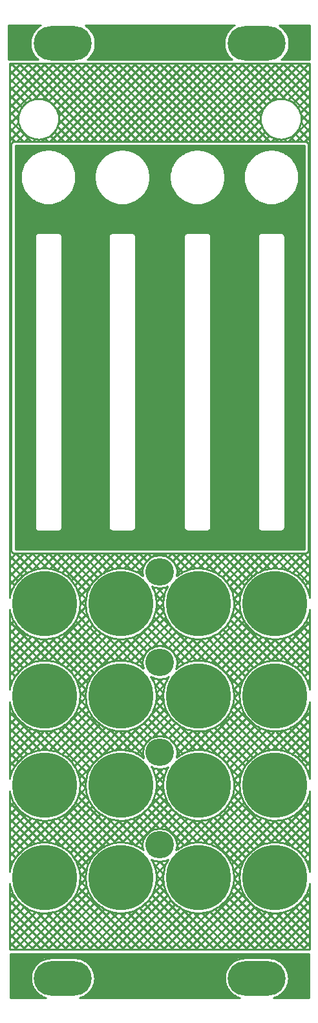
<source format=gtl>
G04 DipTrace 3.2.0.1*
G04 twiigs_panel.GTL*
%MOIN*%
G04 #@! TF.FileFunction,Copper,L1,Top*
G04 #@! TF.Part,Single*
G04 #@! TA.AperFunction,CopperBalancing*
%ADD14C,0.01*%
G04 #@! TA.AperFunction,Nonconductor*
%ADD17O,0.147344X0.141029*%
G04 #@! TA.AperFunction,ComponentPad*
%ADD19C,0.334646*%
%ADD20O,0.299213X0.177165*%
%FSLAX26Y26*%
G04*
G70*
G90*
G75*
G01*
G04 Top*
%LPD*%
X426729Y5228545D2*
D14*
X415714Y5217529D1*
X469156Y5228545D2*
X415714Y5175103D1*
X511582Y5228545D2*
X415714Y5132677D1*
X554009Y5228545D2*
X415714Y5090250D1*
X596435Y5228545D2*
X415714Y5047824D1*
X638861Y5228545D2*
X415714Y5005397D1*
X681288Y5228545D2*
X415714Y4962971D1*
X723714Y5228545D2*
X542676Y5047506D1*
X460497Y4965327D2*
X415714Y4920545D1*
X766141Y5228545D2*
X585378Y5047782D1*
X460220Y4922625D2*
X415714Y4878118D1*
X808567Y5228545D2*
X616314Y5036292D1*
X471697Y4891675D2*
X415714Y4835692D1*
X850993Y5228545D2*
X640262Y5017813D1*
X490189Y4867741D2*
X451304Y4828856D1*
X422890Y4800441D2*
X415714Y4793265D1*
X893420Y5228545D2*
X658022Y4993147D1*
X514855Y4849980D2*
X493731Y4828856D1*
X422890Y4758015D2*
X415714Y4750839D1*
X935846Y5228545D2*
X668532Y4961231D1*
X546772Y4839470D2*
X536157Y4828856D1*
X422890Y4715589D2*
X415714Y4708413D1*
X978273Y5228545D2*
X665894Y4916167D1*
X591836Y4842108D2*
X578583Y4828856D1*
X422890Y4673162D2*
X415714Y4665986D1*
X1020699Y5228545D2*
X621010Y4828856D1*
X422890Y4630736D2*
X415714Y4623560D1*
X1063126Y5228545D2*
X663436Y4828856D1*
X422890Y4588309D2*
X415714Y4581133D1*
X1105552Y5228545D2*
X705863Y4828856D1*
X422890Y4545883D2*
X415714Y4538707D1*
X1147978Y5228545D2*
X748289Y4828856D1*
X422890Y4503457D2*
X415714Y4496281D1*
X1190405Y5228545D2*
X790715Y4828856D1*
X422890Y4461030D2*
X415714Y4453854D1*
X1232831Y5228545D2*
X833142Y4828856D1*
X422890Y4418604D2*
X415714Y4411428D1*
X1275258Y5228545D2*
X875568Y4828856D1*
X422890Y4376177D2*
X415714Y4369001D1*
X1317684Y5228545D2*
X917995Y4828856D1*
X422890Y4333751D2*
X415714Y4326575D1*
X1360110Y5228545D2*
X960421Y4828856D1*
X422890Y4291325D2*
X415714Y4284149D1*
X1402537Y5228545D2*
X1002847Y4828856D1*
X422890Y4248898D2*
X415714Y4241722D1*
X1444963Y5228545D2*
X1045274Y4828856D1*
X422890Y4206472D2*
X415714Y4199296D1*
X1487390Y5228545D2*
X1087700Y4828856D1*
X422890Y4164045D2*
X415714Y4156869D1*
X1529816Y5228545D2*
X1130127Y4828856D1*
X422890Y4121619D2*
X415714Y4114443D1*
X1572242Y5228545D2*
X1172553Y4828856D1*
X422890Y4079193D2*
X415714Y4072016D1*
X1614669Y5228545D2*
X1214979Y4828856D1*
X422890Y4036766D2*
X415714Y4029590D1*
X1657095Y5228545D2*
X1257406Y4828856D1*
X422890Y3994340D2*
X415714Y3987164D1*
X1699522Y5228545D2*
X1299832Y4828856D1*
X422890Y3951913D2*
X415714Y3944737D1*
X1741948Y5228545D2*
X1342259Y4828856D1*
X422890Y3909487D2*
X415714Y3902311D1*
X1784377Y5228547D2*
X1384687Y4828858D1*
X422892Y3867063D2*
X415703Y3859873D1*
X1826803Y5228547D2*
X1427114Y4828858D1*
X422892Y3824636D2*
X415703Y3817447D1*
X1869230Y5228547D2*
X1469540Y4828858D1*
X422892Y3782210D2*
X415703Y3775020D1*
X1911656Y5228547D2*
X1511967Y4828858D1*
X422892Y3739784D2*
X415703Y3732594D1*
X1954082Y5228547D2*
X1760048Y5034513D1*
X1723486Y4997950D2*
X1554393Y4828858D1*
X422892Y3697357D2*
X415703Y3690167D1*
X1962286Y5194324D2*
X1817749Y5049787D1*
X1708211Y4940249D2*
X1596820Y4828858D1*
X422892Y3654931D2*
X415703Y3647741D1*
X1962286Y5151898D2*
X1853008Y5042620D1*
X1715379Y4904991D2*
X1639246Y4828858D1*
X422892Y3612504D2*
X415703Y3605315D1*
X1962286Y5109472D2*
X1879952Y5027138D1*
X1730860Y4878046D2*
X1681672Y4828858D1*
X422892Y3570078D2*
X415703Y3562888D1*
X1962286Y5067045D2*
X1900585Y5005345D1*
X1752654Y4857413D2*
X1724099Y4828858D1*
X422892Y3527652D2*
X415703Y3520462D1*
X1962286Y5024619D2*
X1914728Y4977060D1*
X1780938Y4843271D2*
X1766525Y4828858D1*
X422892Y3485225D2*
X415703Y3478035D1*
X1962286Y4982192D2*
X1919713Y4939620D1*
X1818379Y4838285D2*
X1808952Y4828858D1*
X422892Y3442799D2*
X415703Y3435609D1*
X1962286Y4939766D2*
X1851378Y4828858D1*
X422892Y3400372D2*
X415703Y3393183D1*
X1962286Y4897340D2*
X1893804Y4828858D1*
X422892Y3357946D2*
X415703Y3350756D1*
X1962286Y4854913D2*
X1936231Y4828858D1*
X422892Y3315520D2*
X415703Y3308330D1*
X1962286Y4812487D2*
X1955110Y4805311D1*
X422892Y3273093D2*
X415703Y3265903D1*
X1962286Y4770060D2*
X1955110Y4762884D1*
X422892Y3230667D2*
X415703Y3223477D1*
X1962286Y4727634D2*
X1955110Y4720458D1*
X422892Y3188240D2*
X415703Y3181051D1*
X1962286Y4685208D2*
X1955110Y4678031D1*
X422892Y3145814D2*
X415703Y3138624D1*
X1962286Y4642781D2*
X1955110Y4635605D1*
X422892Y3103388D2*
X415703Y3096198D1*
X1962286Y4600355D2*
X1955110Y4593179D1*
X422892Y3060961D2*
X415703Y3053771D1*
X1962286Y4557928D2*
X1955110Y4550752D1*
X422892Y3018535D2*
X415703Y3011345D1*
X1962286Y4515502D2*
X1955110Y4508326D1*
X422892Y2976108D2*
X415703Y2968918D1*
X1962286Y4473075D2*
X1955110Y4465899D1*
X422892Y2933682D2*
X415703Y2926492D1*
X1962286Y4430649D2*
X1955110Y4423473D1*
X422892Y2891256D2*
X415703Y2884066D1*
X1962286Y4388223D2*
X1955110Y4381047D1*
X422892Y2848829D2*
X415703Y2841639D1*
X1962286Y4345796D2*
X1955110Y4338620D1*
X422892Y2806403D2*
X415703Y2799213D1*
X1962286Y4303370D2*
X1955110Y4296194D1*
X422892Y2763976D2*
X415703Y2756786D1*
X1962286Y4260943D2*
X1955110Y4253767D1*
X422892Y2721550D2*
X415703Y2714360D1*
X1962286Y4218517D2*
X1955110Y4211341D1*
X446661Y2702892D2*
X415703Y2671934D1*
X1962286Y4176091D2*
X1955110Y4168915D1*
X489087Y2702892D2*
X415703Y2629507D1*
X1962286Y4133664D2*
X1955110Y4126488D1*
X531513Y2702892D2*
X415703Y2587081D1*
X1962286Y4091238D2*
X1955110Y4084062D1*
X573940Y2702892D2*
X415703Y2544654D1*
X1962286Y4048811D2*
X1955110Y4041635D1*
X616366Y2702892D2*
X527831Y2614357D1*
X424646Y2511172D2*
X415703Y2502228D1*
X1962286Y4006385D2*
X1955110Y3999209D1*
X658793Y2702892D2*
X582881Y2626980D1*
X1962286Y3963959D2*
X1955110Y3956783D1*
X701219Y2702892D2*
X623609Y2625281D1*
X1962286Y3921532D2*
X1955110Y3914356D1*
X743645Y2702892D2*
X657445Y2616691D1*
X422312Y2381559D2*
X415703Y2374949D1*
X1962286Y3879106D2*
X1955110Y3871930D1*
X786072Y2702892D2*
X686475Y2603295D1*
X435709Y2352529D2*
X415703Y2332522D1*
X1962286Y3836679D2*
X1955110Y3829503D1*
X828498Y2702892D2*
X711596Y2585990D1*
X453014Y2327407D2*
X415703Y2290096D1*
X1962286Y3794253D2*
X1955110Y3787077D1*
X870925Y2702892D2*
X733141Y2565108D1*
X473881Y2305848D2*
X415703Y2247670D1*
X1962286Y3751827D2*
X1955110Y3744651D1*
X913351Y2702892D2*
X751178Y2540718D1*
X498285Y2287826D2*
X415703Y2205243D1*
X1962286Y3709400D2*
X1955110Y3702224D1*
X955777Y2702892D2*
X765389Y2512503D1*
X526500Y2273614D2*
X415703Y2162817D1*
X1962286Y3666974D2*
X1955110Y3659798D1*
X998204Y2702892D2*
X898151Y2602839D1*
X830169Y2534857D2*
X775043Y2479730D1*
X559273Y2263961D2*
X415703Y2120390D1*
X1962286Y3624547D2*
X1955110Y3617371D1*
X1040630Y2702892D2*
X963241Y2625502D1*
X807492Y2469754D2*
X778385Y2440646D1*
X598357Y2260618D2*
X415703Y2077964D1*
X1962286Y3582121D2*
X1955110Y3574945D1*
X1083057Y2702892D2*
X1006800Y2626635D1*
X806374Y2426209D2*
X769988Y2389823D1*
X649167Y2269002D2*
X512598Y2132433D1*
X431566Y2051400D2*
X415703Y2035538D1*
X1962286Y3539695D2*
X1955110Y3532519D1*
X1125483Y2702892D2*
X1042293Y2619702D1*
X813307Y2390715D2*
X573697Y2151105D1*
X1962286Y3497268D2*
X1955110Y3490092D1*
X1167910Y2702892D2*
X1150956Y2685938D1*
X1107364Y2642346D2*
X1072580Y2607562D1*
X825446Y2360428D2*
X616289Y2151271D1*
X1962286Y3454842D2*
X1955110Y3447666D1*
X1210336Y2702892D2*
X1201282Y2693837D1*
X1165465Y2658021D2*
X1135101Y2627657D1*
X1101314Y2593870D2*
X1098757Y2591313D1*
X841687Y2334243D2*
X651230Y2143786D1*
X420213Y1912769D2*
X415713Y1908269D1*
X1962286Y3412415D2*
X1955110Y3405239D1*
X1252762Y2702892D2*
X1233364Y2683493D1*
X1208913Y2659043D2*
X1137228Y2587357D1*
X861547Y2311677D2*
X681116Y2131246D1*
X432753Y1882883D2*
X415703Y1865832D1*
X1962286Y3369989D2*
X1955110Y3362813D1*
X1295189Y2702892D2*
X1257077Y2664780D1*
X1233883Y2641586D2*
X1156797Y2564500D1*
X884915Y2292618D2*
X706956Y2114659D1*
X449340Y1857043D2*
X415703Y1823406D1*
X1962286Y3327563D2*
X1955110Y3320386D1*
X1337615Y2702892D2*
X1273304Y2638581D1*
X1245816Y2611092D2*
X1189349Y2554626D1*
X1161018Y2526295D2*
X1155734Y2521011D1*
X911984Y2277260D2*
X729205Y2094482D1*
X469517Y1834794D2*
X415703Y1780979D1*
X1962286Y3285136D2*
X1955110Y3277960D1*
X1380042Y2702892D2*
X1277406Y2600256D1*
X1201110Y2523961D2*
X1166810Y2489660D1*
X943334Y2266184D2*
X747932Y2070782D1*
X493216Y1816067D2*
X415703Y1738553D1*
X1962286Y3242710D2*
X1955110Y3235534D1*
X1422468Y2702892D2*
X1340162Y2620586D1*
X1212421Y2492845D2*
X1172252Y2452675D1*
X980319Y2260743D2*
X762931Y2043354D1*
X520644Y1801068D2*
X415703Y1696126D1*
X1962286Y3200283D2*
X1955110Y3193107D1*
X1464894Y2702892D2*
X1389438Y2627436D1*
X1205571Y2443569D2*
X1168357Y2406354D1*
X1026640Y2264637D2*
X868002Y2106000D1*
X852004Y2090001D2*
X773565Y2011562D1*
X552437Y1790434D2*
X415703Y1653700D1*
X1962286Y3157857D2*
X1955110Y3150681D1*
X1507321Y2702892D2*
X1427832Y2623403D1*
X1209590Y2405161D2*
X953173Y2148744D1*
X809260Y2004831D2*
X778385Y1973956D1*
X590043Y1785614D2*
X415703Y1611273D1*
X1962286Y3115430D2*
X1955110Y3108254D1*
X1549747Y2702892D2*
X1460163Y2613307D1*
X1219700Y2372844D2*
X999052Y2152196D1*
X805807Y1958952D2*
X773220Y1926364D1*
X637648Y1790793D2*
X523343Y1676488D1*
X426511Y1579655D2*
X415703Y1568847D1*
X1962286Y3073004D2*
X1955110Y3065828D1*
X1592174Y2702892D2*
X1488019Y2598737D1*
X1234270Y2344988D2*
X1035802Y2146520D1*
X811484Y1922202D2*
X580036Y1690754D1*
X1962286Y3030578D2*
X1955110Y3023402D1*
X1634600Y2702892D2*
X1512091Y2580383D1*
X1252610Y2320902D2*
X1147365Y2215656D1*
X1109338Y2177630D2*
X1066987Y2135278D1*
X822712Y1891003D2*
X621330Y1689621D1*
X1962286Y2988151D2*
X1955110Y2980975D1*
X1677026Y2702892D2*
X1532655Y2558520D1*
X1274473Y2300338D2*
X1199652Y2225517D1*
X1161874Y2187740D2*
X1137062Y2162927D1*
X1100983Y2126848D2*
X1093931Y2119796D1*
X838207Y1864072D2*
X655497Y1681363D1*
X421636Y1447501D2*
X415703Y1441568D1*
X1962286Y2945725D2*
X1955110Y2938549D1*
X1719453Y2702892D2*
X1549642Y2533081D1*
X1299926Y2283365D2*
X1232079Y2215518D1*
X1207629Y2191068D2*
X1136537Y2119976D1*
X857376Y1840815D2*
X684804Y1668243D1*
X434756Y1418195D2*
X415703Y1399141D1*
X1962286Y2903298D2*
X1955110Y2896122D1*
X1761879Y2702892D2*
X1562652Y2503664D1*
X1329329Y2270341D2*
X1256096Y2197109D1*
X1232889Y2173901D2*
X1155513Y2096526D1*
X880067Y1821080D2*
X710146Y1651159D1*
X451840Y1392852D2*
X415703Y1356715D1*
X1962286Y2860872D2*
X1955110Y2853696D1*
X1804306Y2702892D2*
X1715729Y2614315D1*
X1612682Y2511268D2*
X1570759Y2469345D1*
X1363648Y2262234D2*
X1272600Y2171186D1*
X1245484Y2144070D2*
X1187706Y2086292D1*
X1159609Y2058195D2*
X1153041Y2051627D1*
X906377Y1804963D2*
X731912Y1630498D1*
X472500Y1371086D2*
X415703Y1314289D1*
X1962286Y2818446D2*
X1955110Y2811270D1*
X1846732Y2702892D2*
X1770820Y2626980D1*
X1600032Y2456192D2*
X1571643Y2427802D1*
X1405191Y2261350D2*
X1277696Y2133856D1*
X1198914Y2055074D2*
X1165029Y2021188D1*
X936815Y1792975D2*
X750170Y1606329D1*
X496669Y1352829D2*
X415703Y1271862D1*
X1962286Y2776019D2*
X1955110Y2768843D1*
X1889158Y2702892D2*
X1811562Y2625295D1*
X1601703Y2415436D2*
X1556617Y2370350D1*
X1462657Y2276390D2*
X1327939Y2141673D1*
X1216330Y2030063D2*
X1171754Y1985488D1*
X972516Y1786249D2*
X764629Y1578363D1*
X524636Y1338369D2*
X415703Y1229436D1*
X1962286Y2733593D2*
X1955110Y2726417D1*
X1931585Y2702892D2*
X1845398Y2616705D1*
X1610293Y2381600D2*
X1380917Y2152224D1*
X1205778Y1977085D2*
X1170249Y1941556D1*
X1016448Y1787755D2*
X891467Y1662773D1*
X834230Y1605537D2*
X774601Y1545908D1*
X557091Y1328398D2*
X415703Y1187009D1*
X1962286Y2691166D2*
X1874428Y2603308D1*
X1623690Y2352570D2*
X1420871Y2149752D1*
X1208251Y1937131D2*
X1145735Y1874616D1*
X1083374Y1812255D2*
X960147Y1689028D1*
X807976Y1536856D2*
X778426Y1507307D1*
X595692Y1324572D2*
X415703Y1144583D1*
X1962286Y2648740D2*
X1899550Y2586004D1*
X1640994Y2327448D2*
X1454210Y2140664D1*
X1217338Y1903792D2*
X1004383Y1690837D1*
X806166Y1492620D2*
X771134Y1457588D1*
X645410Y1331864D2*
X502296Y1188750D1*
X437256Y1123710D2*
X415703Y1102157D1*
X1962286Y2606314D2*
X1921122Y2565149D1*
X1661848Y2305876D2*
X1482868Y2126895D1*
X1231107Y1875135D2*
X1040263Y1684291D1*
X812699Y1456726D2*
X568338Y1212366D1*
X1962286Y2563887D2*
X1939145Y2540746D1*
X1686252Y2287853D2*
X1507658Y2109259D1*
X1248743Y1850345D2*
X1151467Y1753068D1*
X1108689Y1710291D2*
X1070826Y1672427D1*
X824562Y1426163D2*
X612090Y1213692D1*
X1962286Y2521461D2*
X1953370Y2512545D1*
X1714453Y2273628D2*
X1528899Y2088073D1*
X1269915Y1829090D2*
X1202083Y1761257D1*
X1165976Y1725151D2*
X1136413Y1695588D1*
X1102309Y1661484D2*
X1097260Y1656434D1*
X840569Y1399744D2*
X647708Y1206883D1*
X419122Y978297D2*
X415702Y974876D1*
X1747226Y2263974D2*
X1546604Y2063352D1*
X1294650Y1811399D2*
X1234220Y1750968D1*
X1209770Y1726518D2*
X1138167Y1654915D1*
X860221Y1376970D2*
X678064Y1194812D1*
X431179Y947927D2*
X415703Y932451D1*
X1786297Y2260618D2*
X1560456Y2034778D1*
X1323224Y1797546D2*
X1257974Y1732296D1*
X1234781Y1709103D2*
X1157654Y1631976D1*
X883368Y1357690D2*
X704318Y1178640D1*
X447351Y921673D2*
X415703Y890025D1*
X1962286Y2394182D2*
X1958030Y2389925D1*
X1837078Y2268974D2*
X1700482Y2132378D1*
X1619629Y2051525D2*
X1569640Y2001536D1*
X1356467Y1788362D2*
X1274230Y1706125D1*
X1246796Y1678692D2*
X1190136Y1622032D1*
X1161847Y1593742D2*
X1154905Y1586801D1*
X910202Y1342098D2*
X726954Y1158849D1*
X467156Y899051D2*
X415703Y847598D1*
X1962286Y2351755D2*
X1761622Y2151091D1*
X1600916Y1990385D2*
X1572250Y1961719D1*
X1396269Y1785738D2*
X1278483Y1667953D1*
X1201815Y1591284D2*
X1166272Y1555741D1*
X941262Y1330732D2*
X746068Y1135537D1*
X490468Y879937D2*
X415703Y805172D1*
X1962286Y2309329D2*
X1804228Y2151271D1*
X1600722Y1947765D2*
X1562099Y1909142D1*
X1448860Y1795903D2*
X1336461Y1683503D1*
X1213499Y1560541D2*
X1172127Y1519170D1*
X977833Y1324876D2*
X761494Y1108537D1*
X517468Y864511D2*
X415703Y762745D1*
X1962286Y2266902D2*
X1839183Y2143799D1*
X1608194Y1912810D2*
X1386787Y1691403D1*
X1205599Y1510215D2*
X1169034Y1473650D1*
X1023353Y1327969D2*
X772653Y1077270D1*
X548722Y853338D2*
X415703Y720319D1*
X1962286Y2224476D2*
X1869069Y2131259D1*
X1620734Y1882924D2*
X1425664Y1687854D1*
X1209148Y1471338D2*
X1132463Y1394653D1*
X1102350Y1364540D2*
X947234Y1209424D1*
X810572Y1072762D2*
X778219Y1040409D1*
X585582Y847772D2*
X415703Y677893D1*
X1962286Y2182050D2*
X1894923Y2114687D1*
X1637321Y1857084D2*
X1458298Y1678062D1*
X1218940Y1438704D2*
X994605Y1214368D1*
X805642Y1025405D2*
X774559Y994323D1*
X631668Y851432D2*
X440341Y660104D1*
X1962286Y2139623D2*
X1917172Y2094509D1*
X1657498Y1834835D2*
X1486403Y1663740D1*
X1233262Y1410599D2*
X1032101Y1209438D1*
X810558Y987895D2*
X482767Y660104D1*
X1962286Y2097197D2*
X1935899Y2070810D1*
X1681183Y1816094D2*
X1510710Y1645621D1*
X1251381Y1386292D2*
X1063810Y1198721D1*
X821275Y956186D2*
X525194Y660104D1*
X1962286Y2054770D2*
X1950912Y2043396D1*
X1708598Y1801082D2*
X1531481Y1623965D1*
X1273023Y1365507D2*
X1193147Y1285631D1*
X1099892Y1192376D2*
X1091183Y1183667D1*
X836343Y928827D2*
X567620Y660104D1*
X1740390Y1790448D2*
X1548703Y1598761D1*
X1298241Y1348299D2*
X1227039Y1277096D1*
X1201525Y1251583D2*
X1134107Y1184164D1*
X855125Y905183D2*
X610046Y660104D1*
X1777982Y1785614D2*
X1561975Y1569607D1*
X1327381Y1335013D2*
X1252243Y1259875D1*
X1229049Y1236681D2*
X1151591Y1159222D1*
X877416Y885047D2*
X652473Y660104D1*
X1825560Y1790765D2*
X1711241Y1676446D1*
X1614561Y1579766D2*
X1570441Y1535646D1*
X1361356Y1326561D2*
X1269976Y1235181D1*
X1244379Y1209584D2*
X1181201Y1146406D1*
X1154541Y1119746D2*
X1151477Y1116682D1*
X903325Y868530D2*
X694899Y660104D1*
X1962286Y1885065D2*
X1767975Y1690754D1*
X1600253Y1523032D2*
X1571891Y1494670D1*
X1402332Y1325111D2*
X1278566Y1201345D1*
X1190103Y1112882D2*
X1163951Y1086730D1*
X933266Y856045D2*
X737326Y660104D1*
X1962286Y1842638D2*
X1809283Y1689635D1*
X1601372Y1481724D2*
X1558592Y1438944D1*
X1458058Y1338410D2*
X1320440Y1200792D1*
X1219202Y1099555D2*
X1171340Y1051692D1*
X968318Y848670D2*
X779752Y660104D1*
X1962286Y1800212D2*
X1843464Y1681390D1*
X1609616Y1447542D2*
X1375987Y1213913D1*
X1206082Y1044008D2*
X1171009Y1008935D1*
X1011075Y849001D2*
X822179Y660104D1*
X1962286Y1757785D2*
X1872757Y1668256D1*
X1622737Y1418236D2*
X1416894Y1212393D1*
X1207601Y1003101D2*
X1151729Y947228D1*
X1072768Y868267D2*
X864605Y660104D1*
X1962286Y1715359D2*
X1898113Y1651186D1*
X1639820Y1392893D2*
X1450827Y1203900D1*
X1216095Y969168D2*
X907031Y660104D1*
X1962286Y1672933D2*
X1919893Y1630539D1*
X1660467Y1371114D2*
X1479940Y1190586D1*
X1229408Y940055D2*
X949458Y660104D1*
X1962286Y1630506D2*
X1938150Y1606371D1*
X1684636Y1352856D2*
X1505130Y1173351D1*
X1246644Y914864D2*
X991884Y660104D1*
X1962286Y1588080D2*
X1952610Y1578404D1*
X1712589Y1338383D2*
X1526758Y1152552D1*
X1267443Y893237D2*
X1034311Y660104D1*
X1745044Y1328411D2*
X1544864Y1128231D1*
X1291778Y875145D2*
X1076737Y660104D1*
X1783631Y1324572D2*
X1559144Y1100085D1*
X1319910Y860851D2*
X1119163Y660104D1*
X1962286Y1460801D2*
X1959161Y1457676D1*
X1833322Y1331836D2*
X1690138Y1188653D1*
X1625347Y1123861D2*
X1568908Y1067423D1*
X1352586Y851101D2*
X1161590Y660104D1*
X1962286Y1418374D2*
X1756264Y1212352D1*
X1601648Y1057736D2*
X1572402Y1028490D1*
X1391504Y847593D2*
X1204016Y660104D1*
X1962286Y1375948D2*
X1800044Y1213705D1*
X1600308Y1013970D2*
X1564364Y978026D1*
X1441969Y855630D2*
X1246443Y660104D1*
X1962286Y1333521D2*
X1835661Y1206897D1*
X1607117Y978352D2*
X1288869Y660104D1*
X1962286Y1291095D2*
X1866031Y1194840D1*
X1619160Y947969D2*
X1331295Y660104D1*
X1962286Y1248669D2*
X1892285Y1178668D1*
X1635332Y921715D2*
X1373722Y660104D1*
X1962286Y1206242D2*
X1914921Y1158877D1*
X1655123Y899079D2*
X1416148Y660104D1*
X1962286Y1163816D2*
X1934035Y1135565D1*
X1678435Y879965D2*
X1458575Y660104D1*
X1962286Y1121389D2*
X1949475Y1108579D1*
X1705421Y864525D2*
X1501001Y660104D1*
X1736675Y853352D2*
X1543427Y660104D1*
X1773535Y847786D2*
X1585854Y660104D1*
X1819594Y851418D2*
X1628280Y660104D1*
X1962286Y951684D2*
X1670707Y660104D1*
X1962286Y909257D2*
X1713133Y660104D1*
X1962286Y866831D2*
X1755559Y660104D1*
X1962286Y824404D2*
X1797986Y660104D1*
X1962286Y781978D2*
X1840412Y660104D1*
X1962286Y739552D2*
X1882839Y660104D1*
X1962286Y697125D2*
X1925265Y660104D1*
X1951271Y5228545D2*
X1962286Y5217529D1*
X1908844Y5228545D2*
X1962286Y5175103D1*
X1866418Y5228545D2*
X1962286Y5132677D1*
X1823991Y5228545D2*
X1962286Y5090250D1*
X1781565Y5228545D2*
X1962286Y5047824D1*
X1739139Y5228545D2*
X1962286Y5005397D1*
X1696712Y5228545D2*
X1962286Y4962971D1*
X1654286Y5228545D2*
X1835324Y5047506D1*
X1917503Y4965327D2*
X1962286Y4920545D1*
X1611859Y5228545D2*
X1792622Y5047782D1*
X1917780Y4922625D2*
X1962286Y4878118D1*
X1569433Y5228545D2*
X1761686Y5036292D1*
X1906303Y4891675D2*
X1962286Y4835692D1*
X1527007Y5228545D2*
X1737738Y5017813D1*
X1887811Y4867741D2*
X1926696Y4828856D1*
X1955110Y4800441D2*
X1962286Y4793265D1*
X1484580Y5228545D2*
X1719978Y4993147D1*
X1863145Y4849980D2*
X1884269Y4828856D1*
X1955110Y4758015D2*
X1962286Y4750839D1*
X1442154Y5228545D2*
X1709468Y4961231D1*
X1831228Y4839470D2*
X1841843Y4828856D1*
X1955110Y4715589D2*
X1962286Y4708413D1*
X1399727Y5228545D2*
X1712106Y4916167D1*
X1786164Y4842108D2*
X1799417Y4828856D1*
X1955110Y4673162D2*
X1962286Y4665986D1*
X1357301Y5228545D2*
X1756990Y4828856D1*
X1955110Y4630736D2*
X1962286Y4623560D1*
X1314874Y5228545D2*
X1714564Y4828856D1*
X1955110Y4588309D2*
X1962286Y4581133D1*
X1272448Y5228545D2*
X1672137Y4828856D1*
X1955110Y4545883D2*
X1962286Y4538707D1*
X1230022Y5228545D2*
X1629711Y4828856D1*
X1955110Y4503457D2*
X1962286Y4496281D1*
X1187595Y5228545D2*
X1587285Y4828856D1*
X1955110Y4461030D2*
X1962286Y4453854D1*
X1145169Y5228545D2*
X1544858Y4828856D1*
X1955110Y4418604D2*
X1962286Y4411428D1*
X1102742Y5228545D2*
X1502432Y4828856D1*
X1955110Y4376177D2*
X1962286Y4369001D1*
X1060316Y5228545D2*
X1460005Y4828856D1*
X1955110Y4333751D2*
X1962286Y4326575D1*
X1017890Y5228545D2*
X1417579Y4828856D1*
X1955110Y4291325D2*
X1962286Y4284149D1*
X975463Y5228545D2*
X1375153Y4828856D1*
X1955110Y4248898D2*
X1962286Y4241722D1*
X933037Y5228545D2*
X1332726Y4828856D1*
X1955110Y4206472D2*
X1962286Y4199296D1*
X890610Y5228545D2*
X1290300Y4828856D1*
X1955110Y4164045D2*
X1962286Y4156869D1*
X848184Y5228545D2*
X1247873Y4828856D1*
X1955110Y4121619D2*
X1962286Y4114443D1*
X805758Y5228545D2*
X1205447Y4828856D1*
X1955110Y4079193D2*
X1962286Y4072016D1*
X763331Y5228545D2*
X1163021Y4828856D1*
X1955110Y4036766D2*
X1962286Y4029590D1*
X720905Y5228545D2*
X1120594Y4828856D1*
X1955110Y3994340D2*
X1962286Y3987164D1*
X678478Y5228545D2*
X1078168Y4828856D1*
X1955110Y3951913D2*
X1962286Y3944737D1*
X636052Y5228545D2*
X1035741Y4828856D1*
X1955110Y3909487D2*
X1962286Y3902311D1*
X593623Y5228547D2*
X993313Y4828858D1*
X1955108Y3867063D2*
X1962297Y3859873D1*
X551197Y5228547D2*
X950886Y4828858D1*
X1955108Y3824636D2*
X1962297Y3817447D1*
X508770Y5228547D2*
X908460Y4828858D1*
X1955108Y3782210D2*
X1962297Y3775020D1*
X466344Y5228547D2*
X866033Y4828858D1*
X1955108Y3739784D2*
X1962297Y3732594D1*
X423918Y5228547D2*
X617952Y5034513D1*
X654514Y4997950D2*
X823607Y4828858D1*
X1955108Y3697357D2*
X1962297Y3690167D1*
X415714Y5194324D2*
X560251Y5049787D1*
X669789Y4940249D2*
X781180Y4828858D1*
X1955108Y3654931D2*
X1962297Y3647741D1*
X415714Y5151898D2*
X524992Y5042620D1*
X662621Y4904991D2*
X738754Y4828858D1*
X1955108Y3612504D2*
X1962297Y3605315D1*
X415714Y5109472D2*
X498048Y5027138D1*
X647140Y4878046D2*
X696328Y4828858D1*
X1955108Y3570078D2*
X1962297Y3562888D1*
X415714Y5067045D2*
X477415Y5005345D1*
X625346Y4857413D2*
X653901Y4828858D1*
X1955108Y3527652D2*
X1962297Y3520462D1*
X415714Y5024619D2*
X463272Y4977060D1*
X597062Y4843271D2*
X611475Y4828858D1*
X1955108Y3485225D2*
X1962297Y3478035D1*
X415714Y4982192D2*
X458287Y4939620D1*
X559621Y4838285D2*
X569048Y4828858D1*
X1955108Y3442799D2*
X1962297Y3435609D1*
X415714Y4939766D2*
X526622Y4828858D1*
X1955108Y3400372D2*
X1962297Y3393183D1*
X415714Y4897340D2*
X484196Y4828858D1*
X1955108Y3357946D2*
X1962297Y3350756D1*
X415714Y4854913D2*
X441769Y4828858D1*
X1955108Y3315520D2*
X1962297Y3308330D1*
X415714Y4812487D2*
X422890Y4805311D1*
X1955108Y3273093D2*
X1962297Y3265903D1*
X415714Y4770060D2*
X422890Y4762884D1*
X1955108Y3230667D2*
X1962297Y3223477D1*
X415714Y4727634D2*
X422890Y4720458D1*
X1955108Y3188240D2*
X1962297Y3181051D1*
X415714Y4685208D2*
X422890Y4678031D1*
X1955108Y3145814D2*
X1962297Y3138624D1*
X415714Y4642781D2*
X422890Y4635605D1*
X1955108Y3103388D2*
X1962297Y3096198D1*
X415714Y4600355D2*
X422890Y4593179D1*
X1955108Y3060961D2*
X1962297Y3053771D1*
X415714Y4557928D2*
X422890Y4550752D1*
X1955108Y3018535D2*
X1962297Y3011345D1*
X415714Y4515502D2*
X422890Y4508326D1*
X1955108Y2976108D2*
X1962297Y2968918D1*
X415714Y4473075D2*
X422890Y4465899D1*
X1955108Y2933682D2*
X1962297Y2926492D1*
X415714Y4430649D2*
X422890Y4423473D1*
X1955108Y2891256D2*
X1962297Y2884066D1*
X415714Y4388223D2*
X422890Y4381047D1*
X1955108Y2848829D2*
X1962297Y2841639D1*
X415714Y4345796D2*
X422890Y4338620D1*
X1955108Y2806403D2*
X1962297Y2799213D1*
X415714Y4303370D2*
X422890Y4296194D1*
X1955108Y2763976D2*
X1962297Y2756786D1*
X415714Y4260943D2*
X422890Y4253767D1*
X1955108Y2721550D2*
X1962297Y2714360D1*
X415714Y4218517D2*
X422890Y4211341D1*
X1931339Y2702892D2*
X1962297Y2671934D1*
X415714Y4176091D2*
X422890Y4168915D1*
X1888913Y2702892D2*
X1962297Y2629507D1*
X415714Y4133664D2*
X422890Y4126488D1*
X1846487Y2702892D2*
X1962297Y2587081D1*
X415714Y4091238D2*
X422890Y4084062D1*
X1804060Y2702892D2*
X1962297Y2544654D1*
X415714Y4048811D2*
X422890Y4041635D1*
X1761634Y2702892D2*
X1850169Y2614357D1*
X1953354Y2511172D2*
X1962297Y2502228D1*
X415714Y4006385D2*
X422890Y3999209D1*
X1719207Y2702892D2*
X1795119Y2626980D1*
X415714Y3963959D2*
X422890Y3956783D1*
X1676781Y2702892D2*
X1754391Y2625281D1*
X415714Y3921532D2*
X422890Y3914356D1*
X1634355Y2702892D2*
X1720555Y2616691D1*
X1955688Y2381559D2*
X1962297Y2374949D1*
X415714Y3879106D2*
X422890Y3871930D1*
X1591928Y2702892D2*
X1691525Y2603295D1*
X1942291Y2352529D2*
X1962297Y2332522D1*
X415714Y3836679D2*
X422890Y3829503D1*
X1549502Y2702892D2*
X1666404Y2585990D1*
X1924986Y2327407D2*
X1962297Y2290096D1*
X415714Y3794253D2*
X422890Y3787077D1*
X1507075Y2702892D2*
X1644859Y2565108D1*
X1904119Y2305848D2*
X1962297Y2247670D1*
X415714Y3751827D2*
X422890Y3744651D1*
X1464649Y2702892D2*
X1626822Y2540718D1*
X1879715Y2287826D2*
X1962297Y2205243D1*
X415714Y3709400D2*
X422890Y3702224D1*
X1422223Y2702892D2*
X1612611Y2512503D1*
X1851500Y2273614D2*
X1962297Y2162817D1*
X415714Y3666974D2*
X422890Y3659798D1*
X1379796Y2702892D2*
X1479849Y2602839D1*
X1547831Y2534857D2*
X1602957Y2479730D1*
X1818727Y2263961D2*
X1962297Y2120390D1*
X415714Y3624547D2*
X422890Y3617371D1*
X1337370Y2702892D2*
X1414759Y2625502D1*
X1570508Y2469754D2*
X1599615Y2440646D1*
X1779643Y2260618D2*
X1962297Y2077964D1*
X415714Y3582121D2*
X422890Y3574945D1*
X1294943Y2702892D2*
X1371200Y2626635D1*
X1571626Y2426209D2*
X1608012Y2389823D1*
X1728833Y2269002D2*
X1865402Y2132433D1*
X1946434Y2051400D2*
X1962297Y2035538D1*
X415714Y3539695D2*
X422890Y3532519D1*
X1252517Y2702892D2*
X1335707Y2619702D1*
X1564693Y2390715D2*
X1804303Y2151105D1*
X415714Y3497268D2*
X422890Y3490092D1*
X1210090Y2702892D2*
X1227141Y2685841D1*
X1270429Y2642553D2*
X1305420Y2607562D1*
X1552554Y2360428D2*
X1761711Y2151271D1*
X415714Y3454842D2*
X422890Y3447666D1*
X1167664Y2702892D2*
X1176705Y2693851D1*
X1212632Y2657924D2*
X1242692Y2627864D1*
X1276603Y2593953D2*
X1279244Y2591312D1*
X1536313Y2334243D2*
X1726770Y2143786D1*
X1957787Y1912769D2*
X1962287Y1908269D1*
X415714Y3412415D2*
X422890Y3405239D1*
X1125238Y2702892D2*
X1144609Y2683521D1*
X1169045Y2659084D2*
X1240703Y2587426D1*
X1516453Y2311677D2*
X1696884Y2131246D1*
X1945247Y1882883D2*
X1962297Y1865832D1*
X415714Y3369989D2*
X422890Y3362813D1*
X1082811Y2702892D2*
X1120868Y2664835D1*
X1144062Y2641641D2*
X1221175Y2564528D1*
X1493085Y2292618D2*
X1671044Y2114659D1*
X1928660Y1857043D2*
X1962297Y1823406D1*
X415714Y3327563D2*
X422890Y3320386D1*
X1040385Y2702892D2*
X1104640Y2638636D1*
X1132102Y2611175D2*
X1188651Y2554626D1*
X1216954Y2526322D2*
X1222266Y2521011D1*
X1466016Y2277260D2*
X1648795Y2094482D1*
X1908483Y1834794D2*
X1962297Y1780979D1*
X415714Y3285136D2*
X422890Y3277960D1*
X997958Y2702892D2*
X1100470Y2600381D1*
X1176917Y2523933D2*
X1211190Y2489660D1*
X1434666Y2266184D2*
X1630068Y2070782D1*
X1884784Y1816067D2*
X1962297Y1738553D1*
X415714Y3242710D2*
X422890Y3235534D1*
X955532Y2702892D2*
X1037838Y2620586D1*
X1165579Y2492845D2*
X1205748Y2452675D1*
X1397681Y2260743D2*
X1615069Y2043354D1*
X1857356Y1801068D2*
X1962297Y1696126D1*
X415714Y3200283D2*
X422890Y3193107D1*
X913106Y2702892D2*
X988562Y2627436D1*
X1172429Y2443569D2*
X1209643Y2406354D1*
X1351360Y2264637D2*
X1509998Y2106000D1*
X1525996Y2090001D2*
X1604435Y2011562D1*
X1825563Y1790434D2*
X1962297Y1653700D1*
X415714Y3157857D2*
X422890Y3150681D1*
X870679Y2702892D2*
X950168Y2623403D1*
X1168410Y2405161D2*
X1424827Y2148744D1*
X1568740Y2004831D2*
X1599615Y1973956D1*
X1787957Y1785614D2*
X1962297Y1611273D1*
X415714Y3115430D2*
X422890Y3108254D1*
X828253Y2702892D2*
X917837Y2613307D1*
X1158300Y2372844D2*
X1378948Y2152196D1*
X1572193Y1958952D2*
X1604780Y1926364D1*
X1740352Y1790793D2*
X1854657Y1676488D1*
X1951489Y1579655D2*
X1962297Y1568847D1*
X415714Y3073004D2*
X422890Y3065828D1*
X785826Y2702892D2*
X889981Y2598737D1*
X1143730Y2344988D2*
X1342198Y2146520D1*
X1566516Y1922202D2*
X1797964Y1690754D1*
X415714Y3030578D2*
X422890Y3023402D1*
X743400Y2702892D2*
X865909Y2580383D1*
X1125390Y2320902D2*
X1230870Y2215422D1*
X1268137Y2178155D2*
X1311013Y2135278D1*
X1555288Y1891003D2*
X1756670Y1689621D1*
X415714Y2988151D2*
X422890Y2980975D1*
X700974Y2702892D2*
X845345Y2558520D1*
X1103527Y2300338D2*
X1178320Y2225545D1*
X1216361Y2187505D2*
X1240399Y2163466D1*
X1276796Y2127069D2*
X1284069Y2119796D1*
X1539793Y1864072D2*
X1722503Y1681363D1*
X1956364Y1447501D2*
X1962297Y1441568D1*
X415714Y2945725D2*
X422890Y2938549D1*
X658547Y2702892D2*
X828358Y2533081D1*
X1078074Y2283365D2*
X1145838Y2215601D1*
X1170288Y2191151D2*
X1241311Y2120128D1*
X1520624Y1840815D2*
X1693196Y1668243D1*
X1943244Y1418195D2*
X1962297Y1399141D1*
X415714Y2903298D2*
X422890Y2896122D1*
X616121Y2702892D2*
X815348Y2503664D1*
X1048671Y2270341D2*
X1121793Y2197219D1*
X1144987Y2174026D2*
X1222404Y2096608D1*
X1497933Y1821080D2*
X1667854Y1651159D1*
X1926160Y1392852D2*
X1962297Y1356715D1*
X415714Y2860872D2*
X422890Y2853696D1*
X573694Y2702892D2*
X662271Y2614315D1*
X765318Y2511268D2*
X807241Y2469345D1*
X1014352Y2262234D2*
X1105234Y2171352D1*
X1132309Y2144277D2*
X1190267Y2086319D1*
X1218308Y2058278D2*
X1224959Y2051627D1*
X1471623Y1804963D2*
X1646088Y1630498D1*
X1905500Y1371086D2*
X1962297Y1314289D1*
X415714Y2818446D2*
X422890Y2811270D1*
X531268Y2702892D2*
X607180Y2626980D1*
X777968Y2456192D2*
X806357Y2427802D1*
X972809Y2261350D2*
X1100014Y2134146D1*
X1179127Y2055033D2*
X1212971Y2021188D1*
X1441185Y1792975D2*
X1627830Y1606329D1*
X1881331Y1352829D2*
X1962297Y1271862D1*
X415714Y2776019D2*
X422890Y2768843D1*
X488842Y2702892D2*
X566438Y2625295D1*
X776297Y2415436D2*
X821383Y2370350D1*
X915343Y2276390D2*
X1050061Y2141673D1*
X1161670Y2030063D2*
X1206246Y1985488D1*
X1405484Y1786249D2*
X1613371Y1578363D1*
X1853364Y1338369D2*
X1962297Y1229436D1*
X415714Y2733593D2*
X422890Y2726417D1*
X446415Y2702892D2*
X532602Y2616705D1*
X767707Y2381600D2*
X997083Y2152224D1*
X1172222Y1977085D2*
X1207751Y1941556D1*
X1361552Y1787755D2*
X1486533Y1662773D1*
X1543770Y1605537D2*
X1603399Y1545908D1*
X1820909Y1328398D2*
X1962297Y1187009D1*
X415714Y2691166D2*
X503572Y2603308D1*
X754310Y2352570D2*
X957129Y2149752D1*
X1169749Y1937131D2*
X1232265Y1874616D1*
X1294626Y1812255D2*
X1417853Y1689028D1*
X1570024Y1536856D2*
X1599574Y1507307D1*
X1782308Y1324572D2*
X1962297Y1144583D1*
X415714Y2648740D2*
X478450Y2586004D1*
X737006Y2327448D2*
X923790Y2140664D1*
X1160662Y1903792D2*
X1373617Y1690837D1*
X1571834Y1492620D2*
X1606866Y1457588D1*
X1732590Y1331864D2*
X1875704Y1188750D1*
X1940744Y1123710D2*
X1962297Y1102157D1*
X415714Y2606314D2*
X456878Y2565149D1*
X716152Y2305876D2*
X895132Y2126895D1*
X1146893Y1875135D2*
X1337737Y1684291D1*
X1565301Y1456726D2*
X1809662Y1212366D1*
X415714Y2563887D2*
X438855Y2540746D1*
X691748Y2287853D2*
X870342Y2109259D1*
X1129257Y1850345D2*
X1224683Y1754918D1*
X1273481Y1706120D2*
X1307174Y1672427D1*
X1553438Y1426163D2*
X1765910Y1213692D1*
X415714Y2521461D2*
X424630Y2512545D1*
X663547Y2273628D2*
X849101Y2088073D1*
X1108085Y1829090D2*
X1176180Y1760995D1*
X1210160Y1727015D2*
X1244764Y1692411D1*
X1277376Y1659799D2*
X1280740Y1656434D1*
X1537431Y1399744D2*
X1730292Y1206883D1*
X1958878Y978297D2*
X1962298Y974876D1*
X630774Y2263974D2*
X831396Y2063352D1*
X1083350Y1811399D2*
X1144429Y1750319D1*
X1168879Y1725869D2*
X1241104Y1653645D1*
X1517779Y1376970D2*
X1699936Y1194812D1*
X1946821Y947927D2*
X1962297Y932451D1*
X591703Y2260618D2*
X817544Y2034778D1*
X1054776Y1797546D2*
X1120978Y1731344D1*
X1144172Y1708150D2*
X1220995Y1631327D1*
X1494632Y1357690D2*
X1673682Y1178640D1*
X1930649Y921673D2*
X1962297Y890025D1*
X415714Y2394182D2*
X419970Y2389925D1*
X540922Y2268974D2*
X677518Y2132378D1*
X758371Y2051525D2*
X808360Y2001536D1*
X1021533Y1788362D2*
X1105082Y1704813D1*
X1132875Y1677021D2*
X1187712Y1622184D1*
X1216568Y1593328D2*
X1223095Y1586801D1*
X1467798Y1342098D2*
X1651046Y1158849D1*
X1910844Y899051D2*
X1962297Y847598D1*
X415714Y2351755D2*
X616378Y2151091D1*
X777084Y1990385D2*
X805750Y1961719D1*
X981731Y1785738D2*
X1101851Y1665618D1*
X1175826Y1591643D2*
X1211728Y1555741D1*
X1436738Y1330732D2*
X1631932Y1135537D1*
X1887532Y879937D2*
X1962297Y805172D1*
X415714Y2309329D2*
X573772Y2151271D1*
X777278Y1947765D2*
X815901Y1909142D1*
X929140Y1795903D2*
X1041539Y1683503D1*
X1164501Y1560541D2*
X1205873Y1519170D1*
X1400167Y1324876D2*
X1616506Y1108537D1*
X1860532Y864511D2*
X1962297Y762745D1*
X415714Y2266902D2*
X538817Y2143799D1*
X769806Y1912810D2*
X991213Y1691403D1*
X1172401Y1510215D2*
X1208966Y1473650D1*
X1354647Y1327969D2*
X1605347Y1077270D1*
X1829278Y853338D2*
X1962297Y720319D1*
X415714Y2224476D2*
X508931Y2131259D1*
X757266Y1882924D2*
X952336Y1687854D1*
X1168852Y1471338D2*
X1245537Y1394653D1*
X1275650Y1364540D2*
X1430766Y1209424D1*
X1567428Y1072762D2*
X1599781Y1040409D1*
X1792418Y847772D2*
X1962297Y677893D1*
X415714Y2182050D2*
X483077Y2114687D1*
X740679Y1857084D2*
X919702Y1678062D1*
X1159060Y1438704D2*
X1383395Y1214368D1*
X1572358Y1025405D2*
X1603441Y994323D1*
X1746332Y851432D2*
X1937659Y660104D1*
X415714Y2139623D2*
X460828Y2094509D1*
X720502Y1834835D2*
X891597Y1663740D1*
X1144738Y1410599D2*
X1345899Y1209438D1*
X1567442Y987895D2*
X1895233Y660104D1*
X415714Y2097197D2*
X442101Y2070810D1*
X696817Y1816094D2*
X867290Y1645621D1*
X1126619Y1386292D2*
X1314190Y1198721D1*
X1556725Y956186D2*
X1852806Y660104D1*
X415714Y2054770D2*
X427088Y2043396D1*
X669402Y1801082D2*
X846519Y1623965D1*
X1104977Y1365507D2*
X1184811Y1285673D1*
X1277832Y1192652D2*
X1286817Y1183667D1*
X1541657Y928827D2*
X1810380Y660104D1*
X637610Y1790448D2*
X829297Y1598761D1*
X1079759Y1348299D2*
X1150851Y1277207D1*
X1176434Y1251624D2*
X1243603Y1184454D1*
X1522875Y905183D2*
X1767954Y660104D1*
X600018Y1785614D2*
X816025Y1569607D1*
X1050619Y1335013D2*
X1125591Y1260040D1*
X1148785Y1236847D2*
X1226243Y1159388D1*
X1500584Y885047D2*
X1725527Y660104D1*
X552440Y1790765D2*
X666759Y1676446D1*
X763439Y1579766D2*
X807559Y1535646D1*
X1016644Y1326561D2*
X1107803Y1235402D1*
X1133331Y1209874D2*
X1196744Y1146461D1*
X1223349Y1119856D2*
X1226526Y1116679D1*
X1474675Y868530D2*
X1683101Y660104D1*
X415714Y1885065D2*
X610025Y1690754D1*
X777747Y1523032D2*
X806109Y1494670D1*
X975668Y1325111D2*
X1099130Y1201649D1*
X1187938Y1112841D2*
X1214049Y1086730D1*
X1444734Y856045D2*
X1640674Y660104D1*
X415714Y1842638D2*
X568717Y1689635D1*
X776628Y1481724D2*
X819408Y1438944D1*
X919942Y1338410D2*
X1057560Y1200792D1*
X1158798Y1099555D2*
X1206660Y1051692D1*
X1409682Y848670D2*
X1598248Y660104D1*
X415714Y1800212D2*
X534536Y1681390D1*
X768384Y1447542D2*
X1002013Y1213913D1*
X1171918Y1044008D2*
X1206991Y1008935D1*
X1366925Y849001D2*
X1555821Y660104D1*
X415714Y1757785D2*
X505243Y1668256D1*
X755263Y1418236D2*
X961106Y1212393D1*
X1170399Y1003101D2*
X1226271Y947228D1*
X1305232Y868267D2*
X1513395Y660104D1*
X415714Y1715359D2*
X479887Y1651186D1*
X738180Y1392893D2*
X927173Y1203900D1*
X1161905Y969168D2*
X1470969Y660104D1*
X415714Y1672933D2*
X458107Y1630539D1*
X717533Y1371114D2*
X898060Y1190586D1*
X1148592Y940055D2*
X1428542Y660104D1*
X415714Y1630506D2*
X439850Y1606371D1*
X693364Y1352856D2*
X872870Y1173351D1*
X1131356Y914864D2*
X1386116Y660104D1*
X415714Y1588080D2*
X425390Y1578404D1*
X665411Y1338383D2*
X851242Y1152552D1*
X1110557Y893237D2*
X1343689Y660104D1*
X632956Y1328411D2*
X833136Y1128231D1*
X1086222Y875145D2*
X1301263Y660104D1*
X594369Y1324572D2*
X818856Y1100085D1*
X1058090Y860851D2*
X1258837Y660104D1*
X415714Y1460801D2*
X418839Y1457676D1*
X544678Y1331836D2*
X687862Y1188653D1*
X752653Y1123861D2*
X809092Y1067423D1*
X1025414Y851101D2*
X1216410Y660104D1*
X415714Y1418374D2*
X621736Y1212352D1*
X776352Y1057736D2*
X805598Y1028490D1*
X986496Y847593D2*
X1173984Y660104D1*
X415714Y1375948D2*
X577956Y1213705D1*
X777692Y1013970D2*
X813636Y978026D1*
X936031Y855630D2*
X1131557Y660104D1*
X415714Y1333521D2*
X542339Y1206897D1*
X770883Y978352D2*
X1089131Y660104D1*
X415714Y1291095D2*
X511969Y1194840D1*
X758840Y947969D2*
X1046705Y660104D1*
X415714Y1248669D2*
X485715Y1178668D1*
X742668Y921715D2*
X1004278Y660104D1*
X415714Y1206242D2*
X463079Y1158877D1*
X722877Y899079D2*
X961852Y660104D1*
X415714Y1163816D2*
X443965Y1135565D1*
X699565Y879965D2*
X919425Y660104D1*
X415714Y1121389D2*
X428525Y1108579D1*
X672579Y864525D2*
X876999Y660104D1*
X641325Y853352D2*
X834573Y660104D1*
X604465Y847786D2*
X792146Y660104D1*
X558406Y851418D2*
X749720Y660104D1*
X415714Y951684D2*
X707293Y660104D1*
X415714Y909257D2*
X664867Y660104D1*
X415714Y866831D2*
X622441Y660104D1*
X415714Y824404D2*
X580014Y660104D1*
X415714Y781978D2*
X537588Y660104D1*
X415714Y739552D2*
X495161Y660104D1*
X415714Y697125D2*
X452735Y660104D1*
X669012Y4939002D2*
X668063Y4929051D1*
X666173Y4919235D1*
X663359Y4909643D1*
X659647Y4900362D1*
X655070Y4891475D1*
X649669Y4883063D1*
X643494Y4875202D1*
X636601Y4867963D1*
X629051Y4861411D1*
X620913Y4855606D1*
X612260Y4850600D1*
X603172Y4846439D1*
X593729Y4843160D1*
X584017Y4840792D1*
X574124Y4839357D1*
X564140Y4838869D1*
X554154Y4839331D1*
X544258Y4840739D1*
X534540Y4843081D1*
X525088Y4846335D1*
X515988Y4850472D1*
X507322Y4855455D1*
X499169Y4861238D1*
X491601Y4867770D1*
X484689Y4874991D1*
X478493Y4882835D1*
X473070Y4891233D1*
X468470Y4900107D1*
X464733Y4909379D1*
X461893Y4918963D1*
X459977Y4928774D1*
X459001Y4938723D1*
X458975Y4948719D1*
X459898Y4958672D1*
X461762Y4968493D1*
X464550Y4978093D1*
X468238Y4987384D1*
X472791Y4996283D1*
X478169Y5004709D1*
X484323Y5012587D1*
X491197Y5019844D1*
X498730Y5026416D1*
X506852Y5032242D1*
X515491Y5037271D1*
X524569Y5041457D1*
X534003Y5044761D1*
X543709Y5047154D1*
X553598Y5048615D1*
X563581Y5049130D1*
X573567Y5048695D1*
X583468Y5047313D1*
X593192Y5044997D1*
X602652Y5041768D1*
X611763Y5037655D1*
X620442Y5032695D1*
X628611Y5026934D1*
X636196Y5020422D1*
X643128Y5013220D1*
X649344Y5005392D1*
X654789Y4997009D1*
X659413Y4988146D1*
X663175Y4978885D1*
X666040Y4969308D1*
X667982Y4959502D1*
X668984Y4949556D1*
X669131Y4944000D1*
X669012Y4939002D1*
X1919012D2*
X1918063Y4929051D1*
X1916173Y4919235D1*
X1913359Y4909643D1*
X1909647Y4900362D1*
X1905070Y4891475D1*
X1899669Y4883063D1*
X1893494Y4875202D1*
X1886601Y4867963D1*
X1879051Y4861411D1*
X1870913Y4855606D1*
X1862260Y4850600D1*
X1853172Y4846439D1*
X1843729Y4843160D1*
X1834017Y4840792D1*
X1824124Y4839357D1*
X1814140Y4838869D1*
X1804154Y4839331D1*
X1794258Y4840739D1*
X1784540Y4843081D1*
X1775088Y4846335D1*
X1765988Y4850472D1*
X1757322Y4855455D1*
X1749169Y4861238D1*
X1741601Y4867770D1*
X1734689Y4874991D1*
X1728493Y4882835D1*
X1723070Y4891233D1*
X1718470Y4900107D1*
X1714733Y4909379D1*
X1711893Y4918963D1*
X1709977Y4928774D1*
X1709001Y4938723D1*
X1708975Y4948719D1*
X1709898Y4958672D1*
X1711762Y4968493D1*
X1714550Y4978093D1*
X1718238Y4987384D1*
X1722791Y4996283D1*
X1728169Y5004709D1*
X1734323Y5012587D1*
X1741197Y5019844D1*
X1748730Y5026416D1*
X1756852Y5032242D1*
X1765491Y5037271D1*
X1774569Y5041457D1*
X1784003Y5044761D1*
X1793709Y5047154D1*
X1803598Y5048615D1*
X1813581Y5049130D1*
X1823567Y5048695D1*
X1833468Y5047313D1*
X1843192Y5044997D1*
X1852652Y5041768D1*
X1861763Y5037655D1*
X1870442Y5032695D1*
X1878611Y5026934D1*
X1886196Y5020422D1*
X1893128Y5013220D1*
X1899344Y5005392D1*
X1904789Y4997009D1*
X1909413Y4988146D1*
X1913175Y4978885D1*
X1916040Y4969308D1*
X1917982Y4959502D1*
X1918984Y4949556D1*
X1919131Y4944000D1*
X1919012Y4939002D1*
X1171654Y1026001D2*
X1171107Y1016017D1*
X1170015Y1006078D1*
X1168381Y996214D1*
X1166210Y986454D1*
X1163508Y976827D1*
X1160283Y967362D1*
X1156546Y958088D1*
X1152306Y949033D1*
X1147578Y940222D1*
X1142375Y931684D1*
X1136713Y923443D1*
X1130608Y915524D1*
X1124080Y907951D1*
X1117147Y900746D1*
X1109830Y893932D1*
X1102151Y887527D1*
X1094134Y881553D1*
X1085802Y876026D1*
X1077180Y870963D1*
X1068294Y866379D1*
X1059170Y862288D1*
X1049836Y858702D1*
X1040320Y855632D1*
X1030651Y853088D1*
X1020857Y851076D1*
X1010967Y849602D1*
X1001012Y848672D1*
X991020Y848288D1*
X981023Y848451D1*
X971049Y849161D1*
X961130Y850415D1*
X951293Y852210D1*
X941570Y854540D1*
X931988Y857399D1*
X922578Y860777D1*
X913366Y864666D1*
X904381Y869052D1*
X895649Y873923D1*
X887196Y879265D1*
X879049Y885060D1*
X871230Y891293D1*
X863765Y897945D1*
X856674Y904994D1*
X849980Y912421D1*
X843701Y920203D1*
X837858Y928317D1*
X832468Y936738D1*
X827546Y945442D1*
X823108Y954401D1*
X819166Y963590D1*
X815733Y972981D1*
X812819Y982546D1*
X810432Y992256D1*
X808580Y1002081D1*
X807268Y1011994D1*
X806501Y1021963D1*
X806280Y1031959D1*
X806606Y1041953D1*
X807478Y1051913D1*
X808894Y1061811D1*
X810849Y1071617D1*
X813337Y1081301D1*
X816352Y1090835D1*
X819883Y1100189D1*
X823921Y1109336D1*
X828453Y1118249D1*
X833466Y1126900D1*
X838945Y1135264D1*
X844873Y1143316D1*
X851232Y1151032D1*
X858004Y1158388D1*
X865169Y1165363D1*
X872704Y1171936D1*
X880587Y1178086D1*
X888795Y1183796D1*
X897303Y1189048D1*
X906086Y1193828D1*
X915117Y1198119D1*
X924369Y1201911D1*
X933814Y1205190D1*
X943425Y1207948D1*
X953173Y1210176D1*
X963027Y1211867D1*
X972960Y1213017D1*
X982940Y1213622D1*
X992939Y1213680D1*
X1002925Y1213191D1*
X1012871Y1212157D1*
X1022744Y1210580D1*
X1032517Y1208465D1*
X1042159Y1205819D1*
X1051642Y1202650D1*
X1060938Y1198966D1*
X1070018Y1194780D1*
X1078855Y1190103D1*
X1087424Y1184949D1*
X1095697Y1179335D1*
X1104088Y1172915D1*
X1103573Y1175076D1*
X1099800Y1198278D1*
X1099817Y1200695D1*
X1103602Y1223853D1*
X1104208Y1226192D1*
X1105172Y1228407D1*
X1116279Y1249160D1*
X1117742Y1251084D1*
X1134873Y1267547D1*
X1136696Y1269044D1*
X1138779Y1270270D1*
X1160268Y1280711D1*
X1162571Y1281442D1*
X1187522Y1285240D1*
X1189939Y1285256D1*
X1213895Y1281672D1*
X1216100Y1281172D1*
X1218349Y1280286D1*
X1239893Y1269732D1*
X1241879Y1268355D1*
X1259127Y1251911D1*
X1260729Y1250102D1*
X1262028Y1248065D1*
X1273085Y1227162D1*
X1273848Y1224869D1*
X1277731Y1201685D1*
X1277904Y1199274D1*
X1277698Y1196866D1*
X1273806Y1173727D1*
X1273456Y1172565D1*
X1280587Y1178086D1*
X1288795Y1183796D1*
X1297303Y1189048D1*
X1306086Y1193828D1*
X1315117Y1198119D1*
X1324369Y1201911D1*
X1333814Y1205190D1*
X1343425Y1207948D1*
X1353173Y1210176D1*
X1363027Y1211867D1*
X1372960Y1213017D1*
X1382940Y1213622D1*
X1392939Y1213680D1*
X1402925Y1213191D1*
X1412871Y1212157D1*
X1422744Y1210580D1*
X1432517Y1208465D1*
X1442159Y1205819D1*
X1451642Y1202650D1*
X1460938Y1198966D1*
X1470018Y1194780D1*
X1478855Y1190103D1*
X1487424Y1184949D1*
X1495697Y1179335D1*
X1503652Y1173277D1*
X1511263Y1166792D1*
X1518507Y1159901D1*
X1525364Y1152624D1*
X1531813Y1144983D1*
X1537834Y1137000D1*
X1543410Y1128700D1*
X1548523Y1120108D1*
X1553158Y1111248D1*
X1557302Y1102149D1*
X1560942Y1092836D1*
X1564067Y1083338D1*
X1566668Y1073683D1*
X1568736Y1063901D1*
X1570267Y1054020D1*
X1571255Y1044070D1*
X1571697Y1034081D1*
X1571654Y1026001D1*
X1571107Y1016017D1*
X1570015Y1006078D1*
X1568381Y996214D1*
X1566210Y986454D1*
X1563508Y976827D1*
X1560283Y967362D1*
X1556546Y958088D1*
X1552306Y949033D1*
X1547578Y940222D1*
X1542375Y931684D1*
X1536713Y923443D1*
X1530608Y915524D1*
X1524080Y907951D1*
X1517147Y900746D1*
X1509830Y893932D1*
X1502151Y887527D1*
X1494134Y881553D1*
X1485802Y876026D1*
X1477180Y870963D1*
X1468294Y866379D1*
X1459170Y862288D1*
X1449836Y858702D1*
X1440320Y855632D1*
X1430651Y853088D1*
X1420857Y851076D1*
X1410967Y849602D1*
X1401012Y848672D1*
X1391020Y848288D1*
X1381023Y848451D1*
X1371049Y849161D1*
X1361130Y850415D1*
X1351293Y852210D1*
X1341570Y854540D1*
X1331988Y857399D1*
X1322578Y860777D1*
X1313366Y864666D1*
X1304381Y869052D1*
X1295649Y873923D1*
X1287196Y879265D1*
X1279049Y885060D1*
X1271230Y891293D1*
X1263765Y897945D1*
X1256674Y904994D1*
X1249980Y912421D1*
X1243701Y920203D1*
X1237858Y928317D1*
X1232468Y936738D1*
X1227546Y945442D1*
X1223108Y954401D1*
X1219166Y963590D1*
X1215733Y972981D1*
X1212819Y982546D1*
X1210432Y992256D1*
X1208580Y1002081D1*
X1207268Y1011994D1*
X1206501Y1021963D1*
X1206280Y1031959D1*
X1206606Y1041953D1*
X1207478Y1051913D1*
X1208894Y1061811D1*
X1210849Y1071617D1*
X1213337Y1081301D1*
X1216352Y1090835D1*
X1219883Y1100189D1*
X1223921Y1109336D1*
X1228453Y1118249D1*
X1232574Y1125408D1*
X1217397Y1118050D1*
X1215094Y1117319D1*
X1190142Y1113521D1*
X1187726Y1113505D1*
X1163770Y1117089D1*
X1161564Y1117589D1*
X1159316Y1118475D1*
X1145571Y1125178D1*
X1150901Y1115710D1*
X1155292Y1106727D1*
X1159186Y1097517D1*
X1162569Y1088108D1*
X1165433Y1078528D1*
X1167769Y1068806D1*
X1169569Y1058971D1*
X1170829Y1049052D1*
X1171544Y1039079D1*
X1171723Y1031000D1*
X1171654Y1026001D1*
X777654D2*
X777107Y1016017D1*
X776015Y1006078D1*
X774381Y996214D1*
X772210Y986454D1*
X769508Y976827D1*
X766283Y967362D1*
X762546Y958088D1*
X758306Y949033D1*
X753578Y940222D1*
X748375Y931684D1*
X742713Y923443D1*
X736608Y915524D1*
X730080Y907951D1*
X723147Y900746D1*
X715830Y893932D1*
X708151Y887527D1*
X700134Y881553D1*
X691802Y876026D1*
X683180Y870963D1*
X674294Y866379D1*
X665170Y862288D1*
X655836Y858702D1*
X646320Y855632D1*
X636651Y853088D1*
X626857Y851076D1*
X616967Y849602D1*
X607012Y848672D1*
X597020Y848288D1*
X587023Y848451D1*
X577049Y849161D1*
X567130Y850415D1*
X557293Y852210D1*
X547570Y854540D1*
X537988Y857399D1*
X528578Y860777D1*
X519366Y864666D1*
X510381Y869052D1*
X501649Y873923D1*
X493196Y879265D1*
X485049Y885060D1*
X477230Y891293D1*
X469765Y897945D1*
X462674Y904994D1*
X455980Y912421D1*
X449701Y920203D1*
X443858Y928317D1*
X438468Y936738D1*
X433546Y945442D1*
X429108Y954401D1*
X425166Y963590D1*
X421733Y972981D1*
X418819Y982546D1*
X416432Y992256D1*
X414999Y999676D1*
X415000Y659397D1*
X1963004Y659400D1*
X1963000Y999590D1*
X1961362Y991319D1*
X1958924Y981622D1*
X1955960Y972072D1*
X1952478Y962700D1*
X1948488Y953531D1*
X1944003Y944595D1*
X1939035Y935918D1*
X1933601Y927525D1*
X1927715Y919442D1*
X1921396Y911693D1*
X1914663Y904301D1*
X1907535Y897289D1*
X1900035Y890677D1*
X1892184Y884485D1*
X1884006Y878732D1*
X1875525Y873435D1*
X1866768Y868610D1*
X1857760Y864271D1*
X1848528Y860431D1*
X1839099Y857102D1*
X1829503Y854294D1*
X1819768Y852015D1*
X1809922Y850271D1*
X1799996Y849069D1*
X1790019Y848412D1*
X1780020Y848301D1*
X1770031Y848738D1*
X1760081Y849720D1*
X1750199Y851245D1*
X1740416Y853309D1*
X1730760Y855904D1*
X1721260Y859024D1*
X1711945Y862659D1*
X1702843Y866797D1*
X1693981Y871428D1*
X1685386Y876536D1*
X1677083Y882107D1*
X1669097Y888123D1*
X1661452Y894568D1*
X1654171Y901421D1*
X1647276Y908662D1*
X1640787Y916269D1*
X1634724Y924220D1*
X1629105Y932491D1*
X1623947Y941056D1*
X1619266Y949891D1*
X1615074Y958969D1*
X1611385Y968262D1*
X1608210Y977744D1*
X1605559Y987384D1*
X1603439Y997156D1*
X1601856Y1007029D1*
X1600816Y1016973D1*
X1600322Y1026960D1*
X1600374Y1036958D1*
X1600974Y1046939D1*
X1602118Y1056872D1*
X1603804Y1066728D1*
X1606027Y1076476D1*
X1608779Y1086089D1*
X1612053Y1095536D1*
X1615840Y1104790D1*
X1620126Y1113824D1*
X1624900Y1122609D1*
X1630148Y1131120D1*
X1635854Y1139331D1*
X1642000Y1147218D1*
X1648568Y1154756D1*
X1655539Y1161925D1*
X1662891Y1168701D1*
X1670603Y1175065D1*
X1678652Y1180997D1*
X1687013Y1186480D1*
X1695662Y1191498D1*
X1704572Y1196035D1*
X1713717Y1200078D1*
X1723069Y1203615D1*
X1732601Y1206635D1*
X1742284Y1209129D1*
X1752088Y1211089D1*
X1761986Y1212510D1*
X1771946Y1213388D1*
X1781939Y1213720D1*
X1791935Y1213504D1*
X1801905Y1212742D1*
X1811818Y1211436D1*
X1821645Y1209589D1*
X1831356Y1207208D1*
X1840922Y1204299D1*
X1850315Y1200871D1*
X1859506Y1196935D1*
X1868468Y1192502D1*
X1877175Y1187585D1*
X1885599Y1182199D1*
X1893716Y1176360D1*
X1901501Y1170086D1*
X1908932Y1163396D1*
X1915986Y1156309D1*
X1922641Y1148847D1*
X1928878Y1141033D1*
X1934679Y1132888D1*
X1940025Y1124439D1*
X1944901Y1115710D1*
X1949292Y1106727D1*
X1953186Y1097517D1*
X1956569Y1088108D1*
X1959433Y1078528D1*
X1961769Y1068806D1*
X1963000Y1062341D1*
Y1476582D1*
X1961362Y1468319D1*
X1958924Y1458622D1*
X1955960Y1449072D1*
X1952478Y1439700D1*
X1948488Y1430531D1*
X1944003Y1421595D1*
X1939035Y1412918D1*
X1933601Y1404525D1*
X1927715Y1396442D1*
X1921396Y1388693D1*
X1914663Y1381301D1*
X1907535Y1374289D1*
X1900035Y1367677D1*
X1892184Y1361485D1*
X1884006Y1355732D1*
X1875525Y1350435D1*
X1866768Y1345610D1*
X1857760Y1341271D1*
X1848528Y1337431D1*
X1839099Y1334102D1*
X1829503Y1331294D1*
X1819768Y1329015D1*
X1809922Y1327271D1*
X1799996Y1326069D1*
X1790019Y1325412D1*
X1780020Y1325301D1*
X1770031Y1325738D1*
X1760081Y1326720D1*
X1750199Y1328245D1*
X1740416Y1330309D1*
X1730760Y1332904D1*
X1721260Y1336024D1*
X1711945Y1339659D1*
X1702843Y1343797D1*
X1693981Y1348428D1*
X1685386Y1353536D1*
X1677083Y1359107D1*
X1669097Y1365123D1*
X1661452Y1371568D1*
X1654171Y1378421D1*
X1647276Y1385662D1*
X1640787Y1393269D1*
X1634724Y1401220D1*
X1629105Y1409491D1*
X1623947Y1418056D1*
X1619266Y1426891D1*
X1615074Y1435969D1*
X1611385Y1445262D1*
X1608210Y1454744D1*
X1605559Y1464384D1*
X1603439Y1474156D1*
X1601856Y1484029D1*
X1600816Y1493973D1*
X1600322Y1503960D1*
X1600374Y1513958D1*
X1600974Y1523939D1*
X1602118Y1533872D1*
X1603804Y1543728D1*
X1606027Y1553476D1*
X1608779Y1563089D1*
X1612053Y1572536D1*
X1615840Y1581790D1*
X1620126Y1590824D1*
X1624900Y1599609D1*
X1630148Y1608120D1*
X1635854Y1616331D1*
X1642000Y1624218D1*
X1648568Y1631756D1*
X1655539Y1638925D1*
X1662891Y1645701D1*
X1670603Y1652065D1*
X1678652Y1657997D1*
X1687013Y1663480D1*
X1695662Y1668498D1*
X1704572Y1673035D1*
X1713717Y1677078D1*
X1723069Y1680615D1*
X1732601Y1683635D1*
X1742284Y1686129D1*
X1752088Y1688089D1*
X1761986Y1689510D1*
X1771946Y1690388D1*
X1781939Y1690720D1*
X1791935Y1690504D1*
X1801905Y1689742D1*
X1811818Y1688436D1*
X1821645Y1686589D1*
X1831356Y1684208D1*
X1840922Y1681299D1*
X1850315Y1677871D1*
X1859506Y1673935D1*
X1868468Y1669502D1*
X1877175Y1664585D1*
X1885599Y1659199D1*
X1893716Y1653360D1*
X1901501Y1647086D1*
X1908932Y1640396D1*
X1915986Y1633309D1*
X1922641Y1625847D1*
X1928878Y1618033D1*
X1934679Y1609888D1*
X1940025Y1601439D1*
X1944901Y1592710D1*
X1949292Y1583727D1*
X1953186Y1574517D1*
X1956569Y1565108D1*
X1959433Y1555528D1*
X1961769Y1545806D1*
X1963000Y1539341D1*
Y1937559D1*
X1961362Y1929319D1*
X1958924Y1919622D1*
X1955960Y1910072D1*
X1952478Y1900700D1*
X1948488Y1891531D1*
X1944003Y1882595D1*
X1939035Y1873918D1*
X1933601Y1865525D1*
X1927715Y1857442D1*
X1921396Y1849693D1*
X1914663Y1842301D1*
X1907535Y1835289D1*
X1900035Y1828677D1*
X1892184Y1822485D1*
X1884006Y1816732D1*
X1875525Y1811435D1*
X1866768Y1806610D1*
X1857760Y1802271D1*
X1848528Y1798431D1*
X1839099Y1795102D1*
X1829503Y1792294D1*
X1819768Y1790015D1*
X1809922Y1788271D1*
X1799996Y1787069D1*
X1790019Y1786412D1*
X1780020Y1786301D1*
X1770031Y1786738D1*
X1760081Y1787720D1*
X1750199Y1789245D1*
X1740416Y1791309D1*
X1730760Y1793904D1*
X1721260Y1797024D1*
X1711945Y1800659D1*
X1702843Y1804797D1*
X1693981Y1809428D1*
X1685386Y1814536D1*
X1677083Y1820107D1*
X1669097Y1826123D1*
X1661452Y1832568D1*
X1654171Y1839421D1*
X1647276Y1846662D1*
X1640787Y1854269D1*
X1634724Y1862220D1*
X1629105Y1870491D1*
X1623947Y1879056D1*
X1619266Y1887891D1*
X1615074Y1896969D1*
X1611385Y1906262D1*
X1608210Y1915744D1*
X1605559Y1925384D1*
X1603439Y1935156D1*
X1601856Y1945029D1*
X1600816Y1954973D1*
X1600322Y1964960D1*
X1600374Y1974958D1*
X1600974Y1984939D1*
X1602118Y1994872D1*
X1603804Y2004728D1*
X1606027Y2014476D1*
X1608779Y2024089D1*
X1612053Y2033536D1*
X1615840Y2042790D1*
X1620126Y2051824D1*
X1624900Y2060609D1*
X1630148Y2069120D1*
X1635854Y2077331D1*
X1642000Y2085218D1*
X1648568Y2092756D1*
X1655539Y2099925D1*
X1662891Y2106701D1*
X1670603Y2113065D1*
X1678652Y2118997D1*
X1687013Y2124480D1*
X1695662Y2129498D1*
X1704572Y2134035D1*
X1713717Y2138078D1*
X1723069Y2141615D1*
X1732601Y2144635D1*
X1742284Y2147129D1*
X1752088Y2149089D1*
X1761986Y2150510D1*
X1771946Y2151388D1*
X1781939Y2151720D1*
X1791935Y2151504D1*
X1801905Y2150742D1*
X1811818Y2149436D1*
X1821645Y2147589D1*
X1831356Y2145208D1*
X1840922Y2142299D1*
X1850315Y2138871D1*
X1859506Y2134935D1*
X1868468Y2130502D1*
X1877175Y2125585D1*
X1885599Y2120199D1*
X1893716Y2114360D1*
X1901501Y2108086D1*
X1908932Y2101396D1*
X1915986Y2094309D1*
X1922641Y2086847D1*
X1928878Y2079033D1*
X1934679Y2070888D1*
X1940025Y2062439D1*
X1944901Y2053710D1*
X1949292Y2044727D1*
X1953186Y2035517D1*
X1956569Y2026108D1*
X1959433Y2016528D1*
X1961769Y2006806D1*
X1963000Y2000341D1*
Y2412559D1*
X1961362Y2404319D1*
X1958924Y2394622D1*
X1955960Y2385072D1*
X1952478Y2375700D1*
X1948488Y2366531D1*
X1944003Y2357595D1*
X1939035Y2348918D1*
X1933601Y2340525D1*
X1927715Y2332442D1*
X1921396Y2324693D1*
X1914663Y2317301D1*
X1907535Y2310289D1*
X1900035Y2303677D1*
X1892184Y2297485D1*
X1884006Y2291732D1*
X1875525Y2286435D1*
X1866768Y2281610D1*
X1857760Y2277271D1*
X1848528Y2273431D1*
X1839099Y2270102D1*
X1829503Y2267294D1*
X1819768Y2265015D1*
X1809922Y2263271D1*
X1799996Y2262069D1*
X1790019Y2261412D1*
X1780020Y2261301D1*
X1770031Y2261738D1*
X1760081Y2262720D1*
X1750199Y2264245D1*
X1740416Y2266309D1*
X1730760Y2268904D1*
X1721260Y2272024D1*
X1711945Y2275659D1*
X1702843Y2279797D1*
X1693981Y2284428D1*
X1685386Y2289536D1*
X1677083Y2295107D1*
X1669097Y2301123D1*
X1661452Y2307568D1*
X1654171Y2314421D1*
X1647276Y2321662D1*
X1640787Y2329269D1*
X1634724Y2337220D1*
X1629105Y2345491D1*
X1623947Y2354056D1*
X1619266Y2362891D1*
X1615074Y2371969D1*
X1611385Y2381262D1*
X1608210Y2390744D1*
X1605559Y2400384D1*
X1603439Y2410156D1*
X1601856Y2420029D1*
X1600816Y2429973D1*
X1600322Y2439960D1*
X1600374Y2449958D1*
X1600974Y2459939D1*
X1602118Y2469872D1*
X1603804Y2479728D1*
X1606027Y2489476D1*
X1608779Y2499089D1*
X1612053Y2508536D1*
X1615840Y2517790D1*
X1620126Y2526824D1*
X1624900Y2535609D1*
X1630148Y2544120D1*
X1635854Y2552331D1*
X1642000Y2560218D1*
X1648568Y2567756D1*
X1655539Y2574925D1*
X1662891Y2581701D1*
X1670603Y2588065D1*
X1678652Y2593997D1*
X1687013Y2599480D1*
X1695662Y2604498D1*
X1704572Y2609035D1*
X1713717Y2613078D1*
X1723069Y2616615D1*
X1732601Y2619635D1*
X1742284Y2622129D1*
X1752088Y2624089D1*
X1761986Y2625510D1*
X1771946Y2626388D1*
X1781939Y2626720D1*
X1791935Y2626504D1*
X1801905Y2625742D1*
X1811818Y2624436D1*
X1821645Y2622589D1*
X1831356Y2620208D1*
X1840922Y2617299D1*
X1850315Y2613871D1*
X1859506Y2609935D1*
X1868468Y2605502D1*
X1877175Y2600585D1*
X1885599Y2595199D1*
X1893716Y2589360D1*
X1901501Y2583086D1*
X1908932Y2576396D1*
X1915986Y2569309D1*
X1922641Y2561847D1*
X1928878Y2554033D1*
X1934679Y2545888D1*
X1940025Y2537439D1*
X1944901Y2528710D1*
X1949292Y2519727D1*
X1953186Y2510517D1*
X1956569Y2501108D1*
X1959433Y2491528D1*
X1961769Y2481806D1*
X1963000Y2475341D1*
Y5229277D1*
X414997Y5229259D1*
X415000Y2475412D1*
X416849Y2484617D1*
X419337Y2494301D1*
X422352Y2503835D1*
X425883Y2513189D1*
X429921Y2522336D1*
X434453Y2531249D1*
X439466Y2539900D1*
X444945Y2548264D1*
X450873Y2556316D1*
X457232Y2564032D1*
X464004Y2571388D1*
X471169Y2578363D1*
X478704Y2584936D1*
X486587Y2591086D1*
X494795Y2596796D1*
X503303Y2602048D1*
X512086Y2606828D1*
X521117Y2611119D1*
X530369Y2614911D1*
X539814Y2618190D1*
X549425Y2620948D1*
X559173Y2623176D1*
X569027Y2624867D1*
X578960Y2626017D1*
X588940Y2626622D1*
X598939Y2626680D1*
X608925Y2626191D1*
X618871Y2625157D1*
X628744Y2623580D1*
X638517Y2621465D1*
X648159Y2618819D1*
X657642Y2615650D1*
X666938Y2611966D1*
X676018Y2607780D1*
X684855Y2603103D1*
X693424Y2597949D1*
X701697Y2592335D1*
X709652Y2586277D1*
X717263Y2579792D1*
X724507Y2572901D1*
X731364Y2565624D1*
X737813Y2557983D1*
X743834Y2550000D1*
X749410Y2541700D1*
X754523Y2533108D1*
X759158Y2524248D1*
X763302Y2515149D1*
X766942Y2505836D1*
X770067Y2496338D1*
X772668Y2486683D1*
X774736Y2476901D1*
X776267Y2467020D1*
X777255Y2457070D1*
X777697Y2447081D1*
X777654Y2439001D1*
X777107Y2429017D1*
X776015Y2419078D1*
X774381Y2409214D1*
X772210Y2399454D1*
X769508Y2389827D1*
X766283Y2380362D1*
X762546Y2371088D1*
X758306Y2362033D1*
X753578Y2353222D1*
X748375Y2344684D1*
X742713Y2336443D1*
X736608Y2328524D1*
X730080Y2320951D1*
X723147Y2313746D1*
X715830Y2306932D1*
X708151Y2300527D1*
X700134Y2294553D1*
X691802Y2289026D1*
X683180Y2283963D1*
X674294Y2279379D1*
X665170Y2275288D1*
X655836Y2271702D1*
X646320Y2268632D1*
X636651Y2266088D1*
X626857Y2264076D1*
X616967Y2262602D1*
X607012Y2261672D1*
X597020Y2261288D1*
X587023Y2261451D1*
X577049Y2262161D1*
X567130Y2263415D1*
X557293Y2265210D1*
X547570Y2267540D1*
X537988Y2270399D1*
X528578Y2273777D1*
X519366Y2277666D1*
X510381Y2282052D1*
X501649Y2286923D1*
X493196Y2292265D1*
X485049Y2298060D1*
X477230Y2304293D1*
X469765Y2310945D1*
X462674Y2317994D1*
X455980Y2325421D1*
X449701Y2333203D1*
X443858Y2341317D1*
X438468Y2349738D1*
X433546Y2358442D1*
X429108Y2367401D1*
X425166Y2376590D1*
X421733Y2385981D1*
X418819Y2395546D1*
X416432Y2405256D1*
X414999Y2412676D1*
X415000Y2000412D1*
X416849Y2009617D1*
X419337Y2019301D1*
X422352Y2028835D1*
X425883Y2038189D1*
X429921Y2047336D1*
X434453Y2056249D1*
X439466Y2064900D1*
X444945Y2073264D1*
X450873Y2081316D1*
X457232Y2089032D1*
X464004Y2096388D1*
X471169Y2103363D1*
X478704Y2109936D1*
X486587Y2116086D1*
X494795Y2121796D1*
X503303Y2127048D1*
X512086Y2131828D1*
X521117Y2136119D1*
X530369Y2139911D1*
X539814Y2143190D1*
X549425Y2145948D1*
X559173Y2148176D1*
X569027Y2149867D1*
X578960Y2151017D1*
X588940Y2151622D1*
X598939Y2151680D1*
X608925Y2151191D1*
X618871Y2150157D1*
X628744Y2148580D1*
X638517Y2146465D1*
X648159Y2143819D1*
X657642Y2140650D1*
X666938Y2136966D1*
X676018Y2132780D1*
X684855Y2128103D1*
X693424Y2122949D1*
X701697Y2117335D1*
X709652Y2111277D1*
X717263Y2104792D1*
X724507Y2097901D1*
X731364Y2090624D1*
X737813Y2082983D1*
X743834Y2075000D1*
X749410Y2066700D1*
X754523Y2058108D1*
X759158Y2049248D1*
X763302Y2040149D1*
X766942Y2030836D1*
X770067Y2021338D1*
X772668Y2011683D1*
X774736Y2001901D1*
X776267Y1992020D1*
X777255Y1982070D1*
X777697Y1972081D1*
X777654Y1964001D1*
X777107Y1954017D1*
X776015Y1944078D1*
X774381Y1934214D1*
X772210Y1924454D1*
X769508Y1914827D1*
X766283Y1905362D1*
X762546Y1896088D1*
X758306Y1887033D1*
X753578Y1878222D1*
X748375Y1869684D1*
X742713Y1861443D1*
X736608Y1853524D1*
X730080Y1845951D1*
X723147Y1838746D1*
X715830Y1831932D1*
X708151Y1825527D1*
X700134Y1819553D1*
X691802Y1814026D1*
X683180Y1808963D1*
X674294Y1804379D1*
X665170Y1800288D1*
X655836Y1796702D1*
X646320Y1793632D1*
X636651Y1791088D1*
X626857Y1789076D1*
X616967Y1787602D1*
X607012Y1786672D1*
X597020Y1786288D1*
X587023Y1786451D1*
X577049Y1787161D1*
X567130Y1788415D1*
X557293Y1790210D1*
X547570Y1792540D1*
X537988Y1795399D1*
X528578Y1798777D1*
X519366Y1802666D1*
X510381Y1807052D1*
X501649Y1811923D1*
X493196Y1817265D1*
X485049Y1823060D1*
X477230Y1829293D1*
X469765Y1835945D1*
X462674Y1842994D1*
X455980Y1850421D1*
X449701Y1858203D1*
X443858Y1866317D1*
X438468Y1874738D1*
X433546Y1883442D1*
X429108Y1892401D1*
X425166Y1901590D1*
X421733Y1910981D1*
X418819Y1920546D1*
X416432Y1930256D1*
X414999Y1937676D1*
X415000Y1539436D1*
X416849Y1548617D1*
X419337Y1558301D1*
X422352Y1567835D1*
X425883Y1577189D1*
X429921Y1586336D1*
X434453Y1595249D1*
X439466Y1603900D1*
X444945Y1612264D1*
X450873Y1620316D1*
X457232Y1628032D1*
X464004Y1635388D1*
X471169Y1642363D1*
X478704Y1648936D1*
X486587Y1655086D1*
X494795Y1660796D1*
X503303Y1666048D1*
X512086Y1670828D1*
X521117Y1675119D1*
X530369Y1678911D1*
X539814Y1682190D1*
X549425Y1684948D1*
X559173Y1687176D1*
X569027Y1688867D1*
X578960Y1690017D1*
X588940Y1690622D1*
X598939Y1690680D1*
X608925Y1690191D1*
X618871Y1689157D1*
X628744Y1687580D1*
X638517Y1685465D1*
X648159Y1682819D1*
X657642Y1679650D1*
X666938Y1675966D1*
X676018Y1671780D1*
X684855Y1667103D1*
X693424Y1661949D1*
X701697Y1656335D1*
X709652Y1650277D1*
X717263Y1643792D1*
X724507Y1636901D1*
X731364Y1629624D1*
X737813Y1621983D1*
X743834Y1614000D1*
X749410Y1605700D1*
X754523Y1597108D1*
X759158Y1588248D1*
X763302Y1579149D1*
X766942Y1569836D1*
X770067Y1560338D1*
X772668Y1550683D1*
X774736Y1540901D1*
X776267Y1531020D1*
X777255Y1521070D1*
X777697Y1511081D1*
X777654Y1503001D1*
X777107Y1493017D1*
X776015Y1483078D1*
X774381Y1473214D1*
X772210Y1463454D1*
X769508Y1453827D1*
X766283Y1444362D1*
X762546Y1435088D1*
X758306Y1426033D1*
X753578Y1417222D1*
X748375Y1408684D1*
X742713Y1400443D1*
X736608Y1392524D1*
X730080Y1384951D1*
X723147Y1377746D1*
X715830Y1370932D1*
X708151Y1364527D1*
X700134Y1358553D1*
X691802Y1353026D1*
X683180Y1347963D1*
X674294Y1343379D1*
X665170Y1339288D1*
X655836Y1335702D1*
X646320Y1332632D1*
X636651Y1330088D1*
X626857Y1328076D1*
X616967Y1326602D1*
X607012Y1325672D1*
X597020Y1325288D1*
X587023Y1325451D1*
X577049Y1326161D1*
X567130Y1327415D1*
X557293Y1329210D1*
X547570Y1331540D1*
X537988Y1334399D1*
X528578Y1337777D1*
X519366Y1341666D1*
X510381Y1346052D1*
X501649Y1350923D1*
X493196Y1356265D1*
X485049Y1362060D1*
X477230Y1368293D1*
X469765Y1374945D1*
X462674Y1381994D1*
X455980Y1389421D1*
X449701Y1397203D1*
X443858Y1405317D1*
X438468Y1413738D1*
X433546Y1422442D1*
X429108Y1431401D1*
X425166Y1440590D1*
X421733Y1449981D1*
X418819Y1459546D1*
X416432Y1469256D1*
X414999Y1476676D1*
X415000Y1062444D1*
X416849Y1071617D1*
X419337Y1081301D1*
X422352Y1090835D1*
X425883Y1100189D1*
X429921Y1109336D1*
X434453Y1118249D1*
X439466Y1126900D1*
X444945Y1135264D1*
X450873Y1143316D1*
X457232Y1151032D1*
X464004Y1158388D1*
X471169Y1165363D1*
X478704Y1171936D1*
X486587Y1178086D1*
X494795Y1183796D1*
X503303Y1189048D1*
X512086Y1193828D1*
X521117Y1198119D1*
X530369Y1201911D1*
X539814Y1205190D1*
X549425Y1207948D1*
X559173Y1210176D1*
X569027Y1211867D1*
X578960Y1213017D1*
X588940Y1213622D1*
X598939Y1213680D1*
X608925Y1213191D1*
X618871Y1212157D1*
X628744Y1210580D1*
X638517Y1208465D1*
X648159Y1205819D1*
X657642Y1202650D1*
X666938Y1198966D1*
X676018Y1194780D1*
X684855Y1190103D1*
X693424Y1184949D1*
X701697Y1179335D1*
X709652Y1173277D1*
X717263Y1166792D1*
X724507Y1159901D1*
X731364Y1152624D1*
X737813Y1144983D1*
X743834Y1137000D1*
X749410Y1128700D1*
X754523Y1120108D1*
X759158Y1111248D1*
X763302Y1102149D1*
X766942Y1092836D1*
X770067Y1083338D1*
X772668Y1073683D1*
X774736Y1063901D1*
X776267Y1054020D1*
X777255Y1044070D1*
X777697Y1034081D1*
X777654Y1026001D1*
X1171654Y1503001D2*
X1171107Y1493017D1*
X1170015Y1483078D1*
X1168381Y1473214D1*
X1166210Y1463454D1*
X1163508Y1453827D1*
X1160283Y1444362D1*
X1156546Y1435088D1*
X1152306Y1426033D1*
X1147578Y1417222D1*
X1142375Y1408684D1*
X1136713Y1400443D1*
X1130608Y1392524D1*
X1124080Y1384951D1*
X1117147Y1377746D1*
X1109830Y1370932D1*
X1102151Y1364527D1*
X1094134Y1358553D1*
X1085802Y1353026D1*
X1077180Y1347963D1*
X1068294Y1343379D1*
X1059170Y1339288D1*
X1049836Y1335702D1*
X1040320Y1332632D1*
X1030651Y1330088D1*
X1020857Y1328076D1*
X1010967Y1326602D1*
X1001012Y1325672D1*
X991020Y1325288D1*
X981023Y1325451D1*
X971049Y1326161D1*
X961130Y1327415D1*
X951293Y1329210D1*
X941570Y1331540D1*
X931988Y1334399D1*
X922578Y1337777D1*
X913366Y1341666D1*
X904381Y1346052D1*
X895649Y1350923D1*
X887196Y1356265D1*
X879049Y1362060D1*
X871230Y1368293D1*
X863765Y1374945D1*
X856674Y1381994D1*
X849980Y1389421D1*
X843701Y1397203D1*
X837858Y1405317D1*
X832468Y1413738D1*
X827546Y1422442D1*
X823108Y1431401D1*
X819166Y1440590D1*
X815733Y1449981D1*
X812819Y1459546D1*
X810432Y1469256D1*
X808580Y1479081D1*
X807268Y1488994D1*
X806501Y1498963D1*
X806280Y1508959D1*
X806606Y1518953D1*
X807478Y1528913D1*
X808894Y1538811D1*
X810849Y1548617D1*
X813337Y1558301D1*
X816352Y1567835D1*
X819883Y1577189D1*
X823921Y1586336D1*
X828453Y1595249D1*
X833466Y1603900D1*
X838945Y1612264D1*
X844873Y1620316D1*
X851232Y1628032D1*
X858004Y1635388D1*
X865169Y1642363D1*
X872704Y1648936D1*
X880587Y1655086D1*
X888795Y1660796D1*
X897303Y1666048D1*
X906086Y1670828D1*
X915117Y1675119D1*
X924369Y1678911D1*
X933814Y1682190D1*
X943425Y1684948D1*
X953173Y1687176D1*
X963027Y1688867D1*
X972960Y1690017D1*
X982940Y1690622D1*
X992939Y1690680D1*
X1002925Y1690191D1*
X1012871Y1689157D1*
X1022744Y1687580D1*
X1032517Y1685465D1*
X1042159Y1682819D1*
X1051642Y1679650D1*
X1060938Y1675966D1*
X1070018Y1671780D1*
X1078855Y1667103D1*
X1087424Y1661949D1*
X1095697Y1656335D1*
X1103652Y1650277D1*
X1105622Y1648644D1*
X1104715Y1651881D1*
X1100942Y1675083D1*
X1100959Y1677500D1*
X1104744Y1700658D1*
X1105350Y1702997D1*
X1106315Y1705212D1*
X1117422Y1725965D1*
X1118884Y1727889D1*
X1136016Y1744352D1*
X1137839Y1745849D1*
X1139921Y1747075D1*
X1161410Y1757516D1*
X1163713Y1758247D1*
X1188665Y1762045D1*
X1191081Y1762061D1*
X1215037Y1758477D1*
X1217243Y1757977D1*
X1219491Y1757091D1*
X1241035Y1746537D1*
X1243021Y1745160D1*
X1260269Y1728716D1*
X1261871Y1726907D1*
X1263171Y1724870D1*
X1274228Y1703967D1*
X1274990Y1701674D1*
X1278874Y1678490D1*
X1279047Y1676079D1*
X1278840Y1673671D1*
X1275205Y1651709D1*
X1276603Y1652065D1*
X1284652Y1657997D1*
X1293013Y1663480D1*
X1301662Y1668498D1*
X1310572Y1673035D1*
X1319717Y1677078D1*
X1329069Y1680615D1*
X1338601Y1683635D1*
X1348284Y1686129D1*
X1358088Y1688089D1*
X1367986Y1689510D1*
X1377946Y1690388D1*
X1387939Y1690720D1*
X1397935Y1690504D1*
X1407905Y1689742D1*
X1417818Y1688436D1*
X1427645Y1686589D1*
X1437356Y1684208D1*
X1446922Y1681299D1*
X1456315Y1677871D1*
X1465506Y1673935D1*
X1474468Y1669502D1*
X1483175Y1664585D1*
X1491599Y1659199D1*
X1499716Y1653360D1*
X1507501Y1647086D1*
X1514932Y1640396D1*
X1521986Y1633309D1*
X1528641Y1625847D1*
X1534878Y1618033D1*
X1540679Y1609888D1*
X1546025Y1601439D1*
X1550901Y1592710D1*
X1555292Y1583727D1*
X1559186Y1574517D1*
X1562569Y1565108D1*
X1565433Y1555528D1*
X1567769Y1545806D1*
X1569569Y1535971D1*
X1570829Y1526052D1*
X1571544Y1516079D1*
X1571723Y1508000D1*
X1571449Y1498005D1*
X1570629Y1488040D1*
X1569266Y1478135D1*
X1567362Y1468319D1*
X1564924Y1458622D1*
X1561960Y1449072D1*
X1558478Y1439700D1*
X1554488Y1430531D1*
X1550003Y1421595D1*
X1545035Y1412918D1*
X1539601Y1404525D1*
X1533715Y1396442D1*
X1527396Y1388693D1*
X1520663Y1381301D1*
X1513535Y1374289D1*
X1506035Y1367677D1*
X1498184Y1361485D1*
X1490006Y1355732D1*
X1481525Y1350435D1*
X1472768Y1345610D1*
X1463760Y1341271D1*
X1454528Y1337431D1*
X1445099Y1334102D1*
X1435503Y1331294D1*
X1425768Y1329015D1*
X1415922Y1327271D1*
X1405996Y1326069D1*
X1396019Y1325412D1*
X1386020Y1325301D1*
X1376031Y1325738D1*
X1366081Y1326720D1*
X1356199Y1328245D1*
X1346416Y1330309D1*
X1336760Y1332904D1*
X1327260Y1336024D1*
X1317945Y1339659D1*
X1308843Y1343797D1*
X1299981Y1348428D1*
X1291386Y1353536D1*
X1283083Y1359107D1*
X1275097Y1365123D1*
X1267452Y1371568D1*
X1260171Y1378421D1*
X1253276Y1385662D1*
X1246787Y1393269D1*
X1240724Y1401220D1*
X1235105Y1409491D1*
X1229947Y1418056D1*
X1225266Y1426891D1*
X1221074Y1435969D1*
X1217385Y1445262D1*
X1214210Y1454744D1*
X1211559Y1464384D1*
X1209439Y1474156D1*
X1207856Y1484029D1*
X1206816Y1493973D1*
X1206322Y1503960D1*
X1206374Y1513958D1*
X1206974Y1523939D1*
X1208118Y1533872D1*
X1209804Y1543728D1*
X1212027Y1553476D1*
X1214779Y1563089D1*
X1218053Y1572536D1*
X1221840Y1581790D1*
X1226126Y1590824D1*
X1230900Y1599609D1*
X1231953Y1601369D1*
X1218540Y1594855D1*
X1216236Y1594124D1*
X1191285Y1590326D1*
X1188868Y1590310D1*
X1164912Y1593894D1*
X1162707Y1594394D1*
X1160458Y1595280D1*
X1145273Y1602686D1*
X1150901Y1592710D1*
X1155292Y1583727D1*
X1159186Y1574517D1*
X1162569Y1565108D1*
X1165433Y1555528D1*
X1167769Y1545806D1*
X1169569Y1535971D1*
X1170829Y1526052D1*
X1171544Y1516079D1*
X1171723Y1508000D1*
X1171654Y1503001D1*
Y1964001D2*
X1171107Y1954017D1*
X1170015Y1944078D1*
X1168381Y1934214D1*
X1166210Y1924454D1*
X1163508Y1914827D1*
X1160283Y1905362D1*
X1156546Y1896088D1*
X1152306Y1887033D1*
X1147578Y1878222D1*
X1142375Y1869684D1*
X1136713Y1861443D1*
X1130608Y1853524D1*
X1124080Y1845951D1*
X1117147Y1838746D1*
X1109830Y1831932D1*
X1102151Y1825527D1*
X1094134Y1819553D1*
X1085802Y1814026D1*
X1077180Y1808963D1*
X1068294Y1804379D1*
X1059170Y1800288D1*
X1049836Y1796702D1*
X1040320Y1793632D1*
X1030651Y1791088D1*
X1020857Y1789076D1*
X1010967Y1787602D1*
X1001012Y1786672D1*
X991020Y1786288D1*
X981023Y1786451D1*
X971049Y1787161D1*
X961130Y1788415D1*
X951293Y1790210D1*
X941570Y1792540D1*
X931988Y1795399D1*
X922578Y1798777D1*
X913366Y1802666D1*
X904381Y1807052D1*
X895649Y1811923D1*
X887196Y1817265D1*
X879049Y1823060D1*
X871230Y1829293D1*
X863765Y1835945D1*
X856674Y1842994D1*
X849980Y1850421D1*
X843701Y1858203D1*
X837858Y1866317D1*
X832468Y1874738D1*
X827546Y1883442D1*
X823108Y1892401D1*
X819166Y1901590D1*
X815733Y1910981D1*
X812819Y1920546D1*
X810432Y1930256D1*
X808580Y1940081D1*
X807268Y1949994D1*
X806501Y1959963D1*
X806280Y1969959D1*
X806606Y1979953D1*
X807478Y1989913D1*
X808894Y1999811D1*
X810849Y2009617D1*
X813337Y2019301D1*
X816352Y2028835D1*
X819883Y2038189D1*
X823921Y2047336D1*
X828453Y2056249D1*
X833466Y2064900D1*
X838945Y2073264D1*
X844873Y2081316D1*
X851232Y2089032D1*
X858004Y2096388D1*
X865169Y2103363D1*
X872704Y2109936D1*
X880587Y2116086D1*
X888795Y2121796D1*
X897303Y2127048D1*
X906086Y2131828D1*
X915117Y2136119D1*
X924369Y2139911D1*
X933814Y2143190D1*
X943425Y2145948D1*
X953173Y2148176D1*
X963027Y2149867D1*
X972960Y2151017D1*
X982940Y2151622D1*
X992939Y2151680D1*
X1002925Y2151191D1*
X1012871Y2150157D1*
X1022744Y2148580D1*
X1032517Y2146465D1*
X1042159Y2143819D1*
X1051642Y2140650D1*
X1060938Y2136966D1*
X1070018Y2132780D1*
X1078855Y2128103D1*
X1087424Y2122949D1*
X1095697Y2117335D1*
X1103652Y2111277D1*
X1106283Y2109211D1*
X1104624Y2112459D1*
X1103861Y2114752D1*
X1099978Y2137937D1*
X1099805Y2140348D1*
X1100011Y2142755D1*
X1103903Y2165895D1*
X1104691Y2168179D1*
X1115710Y2188979D1*
X1117017Y2191011D1*
X1118626Y2192814D1*
X1135778Y2209173D1*
X1137758Y2210559D1*
X1159350Y2221142D1*
X1161449Y2221983D1*
X1163802Y2222531D1*
X1187567Y2226101D1*
X1189983Y2226117D1*
X1213939Y2222533D1*
X1216145Y2222032D1*
X1218393Y2221147D1*
X1239937Y2210593D1*
X1241923Y2209216D1*
X1259171Y2192772D1*
X1260773Y2190963D1*
X1262072Y2188926D1*
X1273129Y2168023D1*
X1273892Y2165730D1*
X1277775Y2142545D1*
X1277948Y2140135D1*
X1277742Y2137727D1*
X1273850Y2114588D1*
X1273063Y2112303D1*
X1271188Y2108680D1*
X1280587Y2116086D1*
X1288795Y2121796D1*
X1297303Y2127048D1*
X1306086Y2131828D1*
X1315117Y2136119D1*
X1324369Y2139911D1*
X1333814Y2143190D1*
X1343425Y2145948D1*
X1353173Y2148176D1*
X1363027Y2149867D1*
X1372960Y2151017D1*
X1382940Y2151622D1*
X1392939Y2151680D1*
X1402925Y2151191D1*
X1412871Y2150157D1*
X1422744Y2148580D1*
X1432517Y2146465D1*
X1442159Y2143819D1*
X1451642Y2140650D1*
X1460938Y2136966D1*
X1470018Y2132780D1*
X1478855Y2128103D1*
X1487424Y2122949D1*
X1495697Y2117335D1*
X1503652Y2111277D1*
X1511263Y2104792D1*
X1518507Y2097901D1*
X1525364Y2090624D1*
X1531813Y2082983D1*
X1537834Y2075000D1*
X1543410Y2066700D1*
X1548523Y2058108D1*
X1553158Y2049248D1*
X1557302Y2040149D1*
X1560942Y2030836D1*
X1564067Y2021338D1*
X1566668Y2011683D1*
X1568736Y2001901D1*
X1570267Y1992020D1*
X1571255Y1982070D1*
X1571697Y1972081D1*
X1571654Y1964001D1*
X1571107Y1954017D1*
X1570015Y1944078D1*
X1568381Y1934214D1*
X1566210Y1924454D1*
X1563508Y1914827D1*
X1560283Y1905362D1*
X1556546Y1896088D1*
X1552306Y1887033D1*
X1547578Y1878222D1*
X1542375Y1869684D1*
X1536713Y1861443D1*
X1530608Y1853524D1*
X1524080Y1845951D1*
X1517147Y1838746D1*
X1509830Y1831932D1*
X1502151Y1825527D1*
X1494134Y1819553D1*
X1485802Y1814026D1*
X1477180Y1808963D1*
X1468294Y1804379D1*
X1459170Y1800288D1*
X1449836Y1796702D1*
X1440320Y1793632D1*
X1430651Y1791088D1*
X1420857Y1789076D1*
X1410967Y1787602D1*
X1401012Y1786672D1*
X1391020Y1786288D1*
X1381023Y1786451D1*
X1371049Y1787161D1*
X1361130Y1788415D1*
X1351293Y1790210D1*
X1341570Y1792540D1*
X1331988Y1795399D1*
X1322578Y1798777D1*
X1313366Y1802666D1*
X1304381Y1807052D1*
X1295649Y1811923D1*
X1287196Y1817265D1*
X1279049Y1823060D1*
X1271230Y1829293D1*
X1263765Y1835945D1*
X1256674Y1842994D1*
X1249980Y1850421D1*
X1243701Y1858203D1*
X1237858Y1866317D1*
X1232468Y1874738D1*
X1227546Y1883442D1*
X1223108Y1892401D1*
X1219166Y1901590D1*
X1215733Y1910981D1*
X1212819Y1920546D1*
X1210432Y1930256D1*
X1208580Y1940081D1*
X1207268Y1949994D1*
X1206501Y1959963D1*
X1206280Y1969959D1*
X1206606Y1979953D1*
X1207478Y1989913D1*
X1208894Y1999811D1*
X1210849Y2009617D1*
X1213337Y2019301D1*
X1216352Y2028835D1*
X1219883Y2038189D1*
X1223921Y2047336D1*
X1228453Y2056249D1*
X1233466Y2064900D1*
X1235111Y2067488D1*
X1217441Y2058911D1*
X1215138Y2058179D1*
X1190187Y2054382D1*
X1187770Y2054366D1*
X1163814Y2057949D1*
X1161609Y2058450D1*
X1159360Y2059336D1*
X1143017Y2067306D1*
X1148523Y2058108D1*
X1153158Y2049248D1*
X1157302Y2040149D1*
X1160942Y2030836D1*
X1164067Y2021338D1*
X1166668Y2011683D1*
X1168736Y2001901D1*
X1170267Y1992020D1*
X1171255Y1982070D1*
X1171697Y1972081D1*
X1171654Y1964001D1*
Y2439001D2*
X1171107Y2429017D1*
X1170015Y2419078D1*
X1168381Y2409214D1*
X1166210Y2399454D1*
X1163508Y2389827D1*
X1160283Y2380362D1*
X1156546Y2371088D1*
X1152306Y2362033D1*
X1147578Y2353222D1*
X1142375Y2344684D1*
X1136713Y2336443D1*
X1130608Y2328524D1*
X1124080Y2320951D1*
X1117147Y2313746D1*
X1109830Y2306932D1*
X1102151Y2300527D1*
X1094134Y2294553D1*
X1085802Y2289026D1*
X1077180Y2283963D1*
X1068294Y2279379D1*
X1059170Y2275288D1*
X1049836Y2271702D1*
X1040320Y2268632D1*
X1030651Y2266088D1*
X1020857Y2264076D1*
X1010967Y2262602D1*
X1001012Y2261672D1*
X991020Y2261288D1*
X981023Y2261451D1*
X971049Y2262161D1*
X961130Y2263415D1*
X951293Y2265210D1*
X941570Y2267540D1*
X931988Y2270399D1*
X922578Y2273777D1*
X913366Y2277666D1*
X904381Y2282052D1*
X895649Y2286923D1*
X887196Y2292265D1*
X879049Y2298060D1*
X871230Y2304293D1*
X863765Y2310945D1*
X856674Y2317994D1*
X849980Y2325421D1*
X843701Y2333203D1*
X837858Y2341317D1*
X832468Y2349738D1*
X827546Y2358442D1*
X823108Y2367401D1*
X819166Y2376590D1*
X815733Y2385981D1*
X812819Y2395546D1*
X810432Y2405256D1*
X808580Y2415081D1*
X807268Y2424994D1*
X806501Y2434963D1*
X806280Y2444959D1*
X806606Y2454953D1*
X807478Y2464913D1*
X808894Y2474811D1*
X810849Y2484617D1*
X813337Y2494301D1*
X816352Y2503835D1*
X819883Y2513189D1*
X823921Y2522336D1*
X828453Y2531249D1*
X833466Y2539900D1*
X838945Y2548264D1*
X844873Y2556316D1*
X851232Y2564032D1*
X858004Y2571388D1*
X865169Y2578363D1*
X872704Y2584936D1*
X880587Y2591086D1*
X888795Y2596796D1*
X897303Y2602048D1*
X906086Y2606828D1*
X915117Y2611119D1*
X924369Y2614911D1*
X933814Y2618190D1*
X943425Y2620948D1*
X953173Y2623176D1*
X963027Y2624867D1*
X972960Y2626017D1*
X982940Y2626622D1*
X992939Y2626680D1*
X1002925Y2626191D1*
X1012871Y2625157D1*
X1022744Y2623580D1*
X1032517Y2621465D1*
X1042159Y2618819D1*
X1051642Y2615650D1*
X1060938Y2611966D1*
X1070018Y2607780D1*
X1078855Y2603103D1*
X1087424Y2597949D1*
X1095697Y2592335D1*
X1103360Y2586506D1*
X1099918Y2607700D1*
X1099935Y2610117D1*
X1103720Y2633274D1*
X1104326Y2635614D1*
X1105290Y2637829D1*
X1116397Y2658582D1*
X1117860Y2660505D1*
X1134991Y2676968D1*
X1136815Y2678465D1*
X1138897Y2679692D1*
X1160386Y2690132D1*
X1162689Y2690864D1*
X1187640Y2694661D1*
X1190057Y2694677D1*
X1214013Y2691094D1*
X1216218Y2690593D1*
X1218467Y2689708D1*
X1240011Y2679154D1*
X1241997Y2677777D1*
X1259245Y2661333D1*
X1260847Y2659524D1*
X1262146Y2657487D1*
X1273204Y2636584D1*
X1273966Y2634291D1*
X1277849Y2611106D1*
X1278022Y2608696D1*
X1277816Y2606288D1*
X1274528Y2586420D1*
X1280587Y2591086D1*
X1288795Y2596796D1*
X1297303Y2602048D1*
X1306086Y2606828D1*
X1315117Y2611119D1*
X1324369Y2614911D1*
X1333814Y2618190D1*
X1343425Y2620948D1*
X1353173Y2623176D1*
X1363027Y2624867D1*
X1372960Y2626017D1*
X1382940Y2626622D1*
X1392939Y2626680D1*
X1402925Y2626191D1*
X1412871Y2625157D1*
X1422744Y2623580D1*
X1432517Y2621465D1*
X1442159Y2618819D1*
X1451642Y2615650D1*
X1460938Y2611966D1*
X1470018Y2607780D1*
X1478855Y2603103D1*
X1487424Y2597949D1*
X1495697Y2592335D1*
X1503652Y2586277D1*
X1511263Y2579792D1*
X1518507Y2572901D1*
X1525364Y2565624D1*
X1531813Y2557983D1*
X1537834Y2550000D1*
X1543410Y2541700D1*
X1548523Y2533108D1*
X1553158Y2524248D1*
X1557302Y2515149D1*
X1560942Y2505836D1*
X1564067Y2496338D1*
X1566668Y2486683D1*
X1568736Y2476901D1*
X1570267Y2467020D1*
X1571255Y2457070D1*
X1571697Y2447081D1*
X1571654Y2439001D1*
X1571107Y2429017D1*
X1570015Y2419078D1*
X1568381Y2409214D1*
X1566210Y2399454D1*
X1563508Y2389827D1*
X1560283Y2380362D1*
X1556546Y2371088D1*
X1552306Y2362033D1*
X1547578Y2353222D1*
X1542375Y2344684D1*
X1536713Y2336443D1*
X1530608Y2328524D1*
X1524080Y2320951D1*
X1517147Y2313746D1*
X1509830Y2306932D1*
X1502151Y2300527D1*
X1494134Y2294553D1*
X1485802Y2289026D1*
X1477180Y2283963D1*
X1468294Y2279379D1*
X1459170Y2275288D1*
X1449836Y2271702D1*
X1440320Y2268632D1*
X1430651Y2266088D1*
X1420857Y2264076D1*
X1410967Y2262602D1*
X1401012Y2261672D1*
X1391020Y2261288D1*
X1381023Y2261451D1*
X1371049Y2262161D1*
X1361130Y2263415D1*
X1351293Y2265210D1*
X1341570Y2267540D1*
X1331988Y2270399D1*
X1322578Y2273777D1*
X1313366Y2277666D1*
X1304381Y2282052D1*
X1295649Y2286923D1*
X1287196Y2292265D1*
X1279049Y2298060D1*
X1271230Y2304293D1*
X1263765Y2310945D1*
X1256674Y2317994D1*
X1249980Y2325421D1*
X1243701Y2333203D1*
X1237858Y2341317D1*
X1232468Y2349738D1*
X1227546Y2358442D1*
X1223108Y2367401D1*
X1219166Y2376590D1*
X1215733Y2385981D1*
X1212819Y2395546D1*
X1210432Y2405256D1*
X1208580Y2415081D1*
X1207268Y2424994D1*
X1206501Y2434963D1*
X1206280Y2444959D1*
X1206606Y2454953D1*
X1207478Y2464913D1*
X1208894Y2474811D1*
X1210849Y2484617D1*
X1213337Y2494301D1*
X1216352Y2503835D1*
X1219883Y2513189D1*
X1223921Y2522336D1*
X1228453Y2531249D1*
X1229629Y2533344D1*
X1217515Y2527472D1*
X1215212Y2526741D1*
X1190261Y2522944D1*
X1187844Y2522928D1*
X1163888Y2526511D1*
X1161683Y2527012D1*
X1159434Y2527897D1*
X1148523Y2533108D1*
X1153158Y2524248D1*
X1157302Y2515149D1*
X1160942Y2505836D1*
X1164067Y2496338D1*
X1166668Y2486683D1*
X1168736Y2476901D1*
X1170267Y2467020D1*
X1171255Y2457070D1*
X1171697Y2447081D1*
X1171654Y2439001D1*
X1247011Y2608813D2*
X1244237Y2625577D1*
X1236126Y2640821D1*
X1223347Y2653058D1*
X1207077Y2660995D1*
X1188945Y2663742D1*
X1170819Y2660992D1*
X1154569Y2653067D1*
X1141782Y2640833D1*
X1133664Y2625583D1*
X1130886Y2608790D1*
X1133664Y2592028D1*
X1141775Y2576784D1*
X1154554Y2564547D1*
X1170824Y2556610D1*
X1188956Y2553863D1*
X1207082Y2556613D1*
X1223332Y2564538D1*
X1236119Y2576772D1*
X1244237Y2592022D1*
X1247015Y2608815D1*
X1244237Y2625577D1*
X1272687Y2637683D2*
X1273630Y2635453D1*
X1274210Y2633107D1*
X1277812Y2611341D1*
X1246937Y2140251D2*
X1244163Y2157016D1*
X1236052Y2172260D1*
X1223273Y2184497D1*
X1207003Y2192434D1*
X1188871Y2195181D1*
X1170745Y2192432D1*
X1154495Y2184506D1*
X1141708Y2172272D1*
X1133590Y2157022D1*
X1130812Y2140229D1*
X1133590Y2123467D1*
X1141701Y2108223D1*
X1154480Y2095986D1*
X1170750Y2088049D1*
X1188883Y2085301D1*
X1207009Y2088051D1*
X1223258Y2095976D1*
X1236045Y2108210D1*
X1244163Y2123460D1*
X1246941Y2140254D1*
X1244163Y2157016D1*
X1272613Y2169122D2*
X1273556Y2166892D1*
X1274136Y2164546D1*
X1277738Y2142780D1*
X1248036Y1676196D2*
X1245262Y1692960D1*
X1237150Y1708204D1*
X1224371Y1720441D1*
X1208101Y1728378D1*
X1189969Y1731126D1*
X1171843Y1728376D1*
X1155593Y1720451D1*
X1142807Y1708217D1*
X1134688Y1692967D1*
X1131910Y1676173D1*
X1134688Y1659411D1*
X1142800Y1644167D1*
X1155578Y1631930D1*
X1171848Y1623993D1*
X1189981Y1621246D1*
X1208107Y1623995D1*
X1224357Y1631921D1*
X1237143Y1644154D1*
X1245261Y1659405D1*
X1248039Y1676198D1*
X1245262Y1692960D1*
X1273712Y1705066D2*
X1274654Y1702836D1*
X1275234Y1700490D1*
X1278836Y1678724D1*
X1246893Y1199391D2*
X1244119Y1216155D1*
X1236008Y1231399D1*
X1223229Y1243636D1*
X1206959Y1251573D1*
X1188826Y1254321D1*
X1170700Y1251571D1*
X1154451Y1243646D1*
X1141664Y1231412D1*
X1133546Y1216162D1*
X1130768Y1199368D1*
X1133546Y1182606D1*
X1141657Y1167362D1*
X1154436Y1155125D1*
X1170706Y1147188D1*
X1188838Y1144441D1*
X1206964Y1147190D1*
X1223214Y1155116D1*
X1236000Y1167349D1*
X1244119Y1182600D1*
X1246897Y1199393D1*
X1244119Y1216155D1*
X1272569Y1228261D2*
X1273512Y1226031D1*
X1274092Y1223685D1*
X1277694Y1201919D1*
X439020Y4828150D2*
X1940208Y4828103D1*
X1942595Y4827725D1*
X1944893Y4826978D1*
X1947046Y4825881D1*
X1949002Y4824460D1*
X1950710Y4822752D1*
X1952131Y4820796D1*
X1953228Y4818643D1*
X1953975Y4816345D1*
X1954353Y4813958D1*
X1954400Y4762750D1*
X1954353Y2717792D1*
X1953975Y2715405D1*
X1953228Y2713107D1*
X1952131Y2710954D1*
X1950710Y2708998D1*
X1949002Y2707290D1*
X1947046Y2705869D1*
X1944893Y2704772D1*
X1942595Y2704025D1*
X1940208Y2703647D1*
X1889000Y2703600D1*
X437792Y2703647D1*
X435405Y2704025D1*
X433107Y2704772D1*
X430954Y2705869D1*
X428998Y2707290D1*
X427290Y2708998D1*
X425869Y2710954D1*
X424772Y2713107D1*
X424025Y2715405D1*
X423647Y2717792D1*
X423600Y2769000D1*
X423647Y4813958D1*
X424025Y4816345D1*
X424772Y4818643D1*
X425869Y4820796D1*
X427290Y4822752D1*
X428998Y4824460D1*
X430954Y4825881D1*
X433107Y4826978D1*
X435405Y4827725D1*
X437792Y4828103D1*
X439005Y4828150D1*
X410636Y5417290D2*
X558733D1*
X819249D2*
X1558733D1*
X1819249D2*
X1961116D1*
X410636Y5407421D2*
X548323D1*
X829659D2*
X1548323D1*
X1829659D2*
X1961116D1*
X410636Y5397552D2*
X540257D1*
X837745D2*
X1540257D1*
X1837745D2*
X1961116D1*
X410636Y5387684D2*
X533929D1*
X844073D2*
X1533929D1*
X1844073D2*
X1961116D1*
X410636Y5377815D2*
X528987D1*
X849015D2*
X1528987D1*
X1849015D2*
X1961116D1*
X410636Y5367946D2*
X525237D1*
X852765D2*
X1525237D1*
X1852765D2*
X1961116D1*
X410636Y5358077D2*
X522542D1*
X855460D2*
X1522542D1*
X1855460D2*
X1961116D1*
X410636Y5348209D2*
X520823D1*
X857179D2*
X1520823D1*
X1857179D2*
X1961116D1*
X410636Y5338340D2*
X520042D1*
X857960D2*
X1520042D1*
X1857960D2*
X1961116D1*
X410636Y5328471D2*
X520179D1*
X857804D2*
X1520179D1*
X1857804D2*
X1961116D1*
X410636Y5318602D2*
X521233D1*
X856769D2*
X1521233D1*
X1856769D2*
X1961116D1*
X410636Y5308734D2*
X523245D1*
X854757D2*
X1523245D1*
X1854757D2*
X1961116D1*
X410636Y5298865D2*
X526233D1*
X851749D2*
X1526233D1*
X1851749D2*
X1961116D1*
X410636Y5288996D2*
X530335D1*
X847667D2*
X1530335D1*
X1847667D2*
X1961116D1*
X410636Y5279127D2*
X535687D1*
X842315D2*
X1535687D1*
X1842315D2*
X1961116D1*
X410636Y5269259D2*
X542483D1*
X835499D2*
X1542483D1*
X1835499D2*
X1961116D1*
X410636Y5259390D2*
X551175D1*
X826808D2*
X1551175D1*
X1826808D2*
X1961116D1*
X563365Y5249661D2*
X557490Y5254412D1*
X550286Y5261343D1*
X543761Y5268915D1*
X537970Y5277064D1*
X532965Y5285717D1*
X528790Y5294800D1*
X525481Y5304232D1*
X523067Y5313933D1*
X521569Y5323816D1*
X520999Y5333796D1*
X521364Y5343786D1*
X522660Y5353698D1*
X524875Y5363446D1*
X527990Y5372945D1*
X531978Y5382111D1*
X536804Y5390865D1*
X542427Y5399130D1*
X548796Y5406835D1*
X555856Y5413911D1*
X563547Y5420298D1*
X571799Y5425939D1*
X573873Y5427152D1*
X409646Y5427159D1*
X409626Y5249678D1*
X563317Y5249659D1*
X856889Y5329894D2*
X855956Y5319941D1*
X854099Y5310119D1*
X851332Y5300513D1*
X847681Y5291208D1*
X843177Y5282283D1*
X837860Y5273818D1*
X831776Y5265887D1*
X824979Y5258557D1*
X817526Y5251894D1*
X814640Y5249657D1*
X1563317Y5249659D1*
X1557490Y5254412D1*
X1550286Y5261343D1*
X1543761Y5268915D1*
X1537970Y5277064D1*
X1532965Y5285717D1*
X1528790Y5294800D1*
X1525481Y5304232D1*
X1523067Y5313933D1*
X1521569Y5323816D1*
X1520999Y5333796D1*
X1521364Y5343786D1*
X1522660Y5353698D1*
X1524875Y5363446D1*
X1527990Y5372945D1*
X1531978Y5382111D1*
X1536804Y5390865D1*
X1542427Y5399130D1*
X1548796Y5406835D1*
X1555856Y5413911D1*
X1563547Y5420298D1*
X1571799Y5425939D1*
X1573873Y5427152D1*
X804177Y5427159D1*
X811799Y5422237D1*
X819681Y5416090D1*
X826956Y5409234D1*
X833559Y5401729D1*
X839433Y5393640D1*
X844526Y5385039D1*
X848794Y5375999D1*
X852199Y5366601D1*
X854713Y5356926D1*
X856312Y5347058D1*
X856984Y5337084D1*
X856889Y5329894D1*
X1856889D2*
X1855956Y5319941D1*
X1854099Y5310119D1*
X1851332Y5300513D1*
X1847681Y5291208D1*
X1843177Y5282283D1*
X1837860Y5273818D1*
X1831776Y5265887D1*
X1824979Y5258557D1*
X1817526Y5251894D1*
X1814640Y5249657D1*
X1962106Y5249659D1*
X1962126Y5427139D1*
X1804177Y5427159D1*
X1811799Y5422237D1*
X1819681Y5416090D1*
X1826956Y5409234D1*
X1833559Y5401729D1*
X1839433Y5393640D1*
X1844526Y5385039D1*
X1848794Y5375999D1*
X1852199Y5366601D1*
X1854713Y5356926D1*
X1856312Y5347058D1*
X1856984Y5337084D1*
X1856889Y5329894D1*
X420010Y629131D2*
X1957990D1*
X420010Y619262D2*
X1957990D1*
X420010Y609394D2*
X590393D1*
X787607D2*
X1590393D1*
X1787607D2*
X1957990D1*
X420010Y599525D2*
X570744D1*
X807256D2*
X1570744D1*
X1807256D2*
X1957990D1*
X420010Y589656D2*
X557756D1*
X820244D2*
X1557756D1*
X1820244D2*
X1957990D1*
X420010Y579787D2*
X548068D1*
X829932D2*
X1548068D1*
X1829932D2*
X1957990D1*
X420010Y569919D2*
X540588D1*
X837412D2*
X1540588D1*
X1837412D2*
X1957990D1*
X420010Y560050D2*
X534729D1*
X843271D2*
X1534729D1*
X1843271D2*
X1957990D1*
X420010Y550181D2*
X530236D1*
X847764D2*
X1530236D1*
X1847764D2*
X1957990D1*
X420010Y540312D2*
X526896D1*
X851104D2*
X1526896D1*
X1851104D2*
X1957990D1*
X420010Y530444D2*
X524631D1*
X853369D2*
X1524631D1*
X1853369D2*
X1957990D1*
X420010Y520575D2*
X523342D1*
X854658D2*
X1523342D1*
X1854658D2*
X1957990D1*
X420010Y510706D2*
X523010D1*
X854990D2*
X1523010D1*
X1854990D2*
X1957990D1*
X420010Y500837D2*
X523596D1*
X854404D2*
X1523596D1*
X1854404D2*
X1957990D1*
X420010Y490969D2*
X525158D1*
X852842D2*
X1525158D1*
X1852842D2*
X1957990D1*
X420010Y481100D2*
X527717D1*
X850283D2*
X1527717D1*
X1850283D2*
X1957990D1*
X420010Y471231D2*
X531350D1*
X846650D2*
X1531350D1*
X1846650D2*
X1957990D1*
X420010Y461362D2*
X536193D1*
X841807D2*
X1536193D1*
X1841807D2*
X1957990D1*
X420010Y451493D2*
X542443D1*
X835557D2*
X1542443D1*
X1835557D2*
X1957990D1*
X420010Y441625D2*
X550490D1*
X827510D2*
X1550490D1*
X1827510D2*
X1957990D1*
X420010Y431756D2*
X560920D1*
X817080D2*
X1560920D1*
X1817080D2*
X1957990D1*
X420010Y421887D2*
X575197D1*
X802803D2*
X1575197D1*
X1802803D2*
X1957990D1*
X420010Y412018D2*
X598615D1*
X779385D2*
X1598615D1*
X1779385D2*
X1957990D1*
X1601509Y411502D2*
X1592067Y414472D1*
X1582863Y418371D1*
X1574075Y423136D1*
X1565786Y428723D1*
X1558071Y435079D1*
X1551003Y442148D1*
X1544645Y449862D1*
X1539058Y458151D1*
X1534293Y466938D1*
X1530393Y476142D1*
X1527396Y485678D1*
X1525327Y495458D1*
X1524208Y505391D1*
X1524047Y515386D1*
X1524847Y525350D1*
X1526600Y535191D1*
X1529289Y544819D1*
X1532891Y554143D1*
X1537372Y563079D1*
X1542690Y571544D1*
X1548796Y579458D1*
X1555633Y586750D1*
X1563140Y593351D1*
X1571245Y599201D1*
X1579875Y604246D1*
X1588949Y608439D1*
X1598384Y611741D1*
X1608093Y614122D1*
X1617985Y615559D1*
X1627989Y616040D1*
X1755015Y615921D1*
X1764965Y614961D1*
X1774777Y613051D1*
X1784360Y610208D1*
X1793626Y606457D1*
X1802489Y601834D1*
X1810867Y596382D1*
X1818683Y590150D1*
X1825864Y583196D1*
X1832344Y575585D1*
X1838064Y567387D1*
X1842970Y558677D1*
X1847017Y549537D1*
X1850168Y540051D1*
X1852393Y530305D1*
X1853672Y520391D1*
X1854006Y512058D1*
X1853526Y502073D1*
X1852089Y492181D1*
X1849709Y482472D1*
X1846407Y473037D1*
X1842215Y463962D1*
X1837171Y455332D1*
X1831321Y447226D1*
X1824720Y439720D1*
X1817429Y432881D1*
X1809515Y426775D1*
X1801051Y421456D1*
X1792116Y416975D1*
X1782791Y413373D1*
X1776401Y411504D1*
X1958980Y411500D1*
X1959000Y638980D1*
X419020Y639000D1*
X419000Y411520D1*
X601520Y411500D1*
X592067Y414472D1*
X582863Y418371D1*
X574075Y423136D1*
X565786Y428723D1*
X558071Y435079D1*
X551003Y442148D1*
X544645Y449862D1*
X539058Y458151D1*
X534293Y466938D1*
X530393Y476142D1*
X527396Y485678D1*
X525327Y495458D1*
X524208Y505391D1*
X524047Y515386D1*
X524847Y525350D1*
X526600Y535191D1*
X529289Y544819D1*
X532891Y554143D1*
X537372Y563079D1*
X542690Y571544D1*
X548796Y579458D1*
X555633Y586750D1*
X563140Y593351D1*
X571245Y599201D1*
X579875Y604246D1*
X588949Y608439D1*
X598384Y611741D1*
X608093Y614122D1*
X617985Y615559D1*
X627989Y616040D1*
X755015Y615921D1*
X764965Y614961D1*
X774777Y613051D1*
X784360Y610208D1*
X793626Y606457D1*
X802489Y601834D1*
X810867Y596382D1*
X818683Y590150D1*
X825864Y583196D1*
X832344Y575585D1*
X838064Y567387D1*
X842970Y558677D1*
X847017Y549537D1*
X850168Y540051D1*
X852393Y530305D1*
X853672Y520391D1*
X854006Y512058D1*
X853526Y502073D1*
X852089Y492181D1*
X849709Y482472D1*
X846407Y473037D1*
X842215Y463962D1*
X837171Y455332D1*
X831321Y447226D1*
X824720Y439720D1*
X817429Y432881D1*
X809515Y426775D1*
X801051Y421456D1*
X792116Y416975D1*
X782791Y413373D1*
X776401Y411504D1*
X1601520Y411500D1*
X445010Y4797881D2*
X1932990D1*
X445010Y4788012D2*
X1932990D1*
X445010Y4778144D2*
X563088D1*
X664912D2*
X944338D1*
X1046162D2*
X1331838D1*
X1433662D2*
X1713088D1*
X1814912D2*
X1932990D1*
X445010Y4768275D2*
X541994D1*
X686006D2*
X923244D1*
X1067256D2*
X1310744D1*
X1454756D2*
X1691994D1*
X1836006D2*
X1932990D1*
X445010Y4758406D2*
X526994D1*
X701006D2*
X908244D1*
X1082256D2*
X1295744D1*
X1469756D2*
X1676994D1*
X1851006D2*
X1932990D1*
X445010Y4748537D2*
X515236D1*
X712764D2*
X896486D1*
X1094014D2*
X1283986D1*
X1481514D2*
X1665236D1*
X1862764D2*
X1932990D1*
X445010Y4738669D2*
X505646D1*
X722354D2*
X886896D1*
X1103604D2*
X1274396D1*
X1491104D2*
X1655646D1*
X1872354D2*
X1932990D1*
X445010Y4728800D2*
X497697D1*
X730303D2*
X878947D1*
X1111553D2*
X1266447D1*
X1499053D2*
X1647697D1*
X1880303D2*
X1932990D1*
X445010Y4718931D2*
X491057D1*
X736943D2*
X872307D1*
X1118193D2*
X1259807D1*
X1505693D2*
X1641057D1*
X1886943D2*
X1932990D1*
X445010Y4709062D2*
X485510D1*
X742490D2*
X866760D1*
X1123740D2*
X1254260D1*
X1511240D2*
X1635510D1*
X1892490D2*
X1932990D1*
X445010Y4699194D2*
X480939D1*
X747061D2*
X862189D1*
X1128311D2*
X1249689D1*
X1515811D2*
X1630939D1*
X1897061D2*
X1932990D1*
X445010Y4689325D2*
X477229D1*
X750771D2*
X858479D1*
X1132021D2*
X1245979D1*
X1519521D2*
X1627229D1*
X1900771D2*
X1932990D1*
X445010Y4679456D2*
X474338D1*
X753662D2*
X855588D1*
X1134912D2*
X1243088D1*
X1522412D2*
X1624338D1*
X1903662D2*
X1932990D1*
X445010Y4669587D2*
X472170D1*
X755830D2*
X853420D1*
X1137080D2*
X1240920D1*
X1524580D2*
X1622170D1*
X1905830D2*
X1932990D1*
X445010Y4659719D2*
X470744D1*
X757256D2*
X851994D1*
X1138506D2*
X1239494D1*
X1526006D2*
X1620744D1*
X1907256D2*
X1932990D1*
X445010Y4649850D2*
X469982D1*
X758018D2*
X851232D1*
X1139268D2*
X1238732D1*
X1526768D2*
X1619982D1*
X1908018D2*
X1932990D1*
X445010Y4639981D2*
X469924D1*
X758076D2*
X851174D1*
X1139326D2*
X1238674D1*
X1526826D2*
X1619924D1*
X1908076D2*
X1932990D1*
X445010Y4630112D2*
X470549D1*
X757451D2*
X851799D1*
X1138701D2*
X1239299D1*
X1526201D2*
X1620549D1*
X1907451D2*
X1932990D1*
X445010Y4620243D2*
X471857D1*
X756143D2*
X853107D1*
X1137393D2*
X1240607D1*
X1524893D2*
X1621857D1*
X1906143D2*
X1932990D1*
X445010Y4610375D2*
X473869D1*
X754131D2*
X855119D1*
X1135381D2*
X1242619D1*
X1522881D2*
X1623869D1*
X1904131D2*
X1932990D1*
X445010Y4600506D2*
X476643D1*
X751357D2*
X857893D1*
X1132607D2*
X1245393D1*
X1520107D2*
X1626643D1*
X1901357D2*
X1932990D1*
X445010Y4590637D2*
X480197D1*
X747803D2*
X861447D1*
X1129053D2*
X1248947D1*
X1516553D2*
X1630197D1*
X1897803D2*
X1932990D1*
X445010Y4580768D2*
X484592D1*
X743408D2*
X865842D1*
X1124658D2*
X1253342D1*
X1512158D2*
X1634592D1*
X1893408D2*
X1932990D1*
X445010Y4570900D2*
X489943D1*
X738057D2*
X871193D1*
X1119307D2*
X1258693D1*
X1506807D2*
X1639943D1*
X1888057D2*
X1932990D1*
X445010Y4561031D2*
X496369D1*
X731631D2*
X877619D1*
X1112881D2*
X1265119D1*
X1500381D2*
X1646369D1*
X1881631D2*
X1932990D1*
X445010Y4551162D2*
X504064D1*
X723936D2*
X885314D1*
X1105186D2*
X1272814D1*
X1492686D2*
X1654064D1*
X1873936D2*
X1932990D1*
X445010Y4541293D2*
X513303D1*
X714697D2*
X894553D1*
X1095947D2*
X1282053D1*
X1483447D2*
X1663303D1*
X1864697D2*
X1932990D1*
X445010Y4531425D2*
X524611D1*
X703389D2*
X905861D1*
X1084639D2*
X1293361D1*
X1472139D2*
X1674611D1*
X1853389D2*
X1932990D1*
X445010Y4521556D2*
X538869D1*
X689131D2*
X920119D1*
X1070381D2*
X1307619D1*
X1457881D2*
X1688869D1*
X1839131D2*
X1932990D1*
X445010Y4511687D2*
X558420D1*
X669580D2*
X939670D1*
X1050830D2*
X1327170D1*
X1438330D2*
X1708420D1*
X1819580D2*
X1932990D1*
X445010Y4501818D2*
X596545D1*
X631455D2*
X977795D1*
X1012705D2*
X1365295D1*
X1400205D2*
X1746545D1*
X1781455D2*
X1932990D1*
X445010Y4491949D2*
X1932990D1*
X445010Y4482081D2*
X1932990D1*
X445010Y4472212D2*
X1932990D1*
X445010Y4462343D2*
X1932990D1*
X445010Y4452474D2*
X1932990D1*
X445010Y4442606D2*
X1932990D1*
X445010Y4432737D2*
X1932990D1*
X445010Y4422868D2*
X1932990D1*
X445010Y4412999D2*
X1932990D1*
X445010Y4403131D2*
X1932990D1*
X445010Y4393262D2*
X1932990D1*
X445010Y4383393D2*
X1932990D1*
X445010Y4373524D2*
X1932990D1*
X445010Y4363656D2*
X1932990D1*
X445010Y4353787D2*
X551975D1*
X676982D2*
X932443D1*
X1058232D2*
X1320158D1*
X1445947D2*
X1701350D1*
X1826924D2*
X1932990D1*
X445010Y4343918D2*
X544553D1*
X684385D2*
X925334D1*
X1065342D2*
X1313049D1*
X1453057D2*
X1694162D1*
X1834111D2*
X1932990D1*
X445010Y4334049D2*
X543479D1*
X685459D2*
X924357D1*
X1066338D2*
X1312053D1*
X1454053D2*
X1693146D1*
X1835127D2*
X1932990D1*
X445010Y4324180D2*
X543479D1*
X685459D2*
X924357D1*
X1066338D2*
X1312053D1*
X1454053D2*
X1693146D1*
X1835127D2*
X1932990D1*
X445010Y4314312D2*
X543479D1*
X685459D2*
X924357D1*
X1066338D2*
X1312053D1*
X1454053D2*
X1693146D1*
X1835127D2*
X1932990D1*
X445010Y4304443D2*
X543479D1*
X685459D2*
X924357D1*
X1066338D2*
X1312053D1*
X1454053D2*
X1693146D1*
X1835127D2*
X1932990D1*
X445010Y4294574D2*
X543479D1*
X685459D2*
X924357D1*
X1066338D2*
X1312053D1*
X1454053D2*
X1693146D1*
X1835127D2*
X1932990D1*
X445010Y4284705D2*
X543479D1*
X685459D2*
X924357D1*
X1066338D2*
X1312053D1*
X1454053D2*
X1693146D1*
X1835127D2*
X1932990D1*
X445010Y4274837D2*
X543479D1*
X685459D2*
X924357D1*
X1066338D2*
X1312053D1*
X1454053D2*
X1693146D1*
X1835127D2*
X1932990D1*
X445010Y4264968D2*
X543479D1*
X685459D2*
X924357D1*
X1066338D2*
X1312053D1*
X1454053D2*
X1693146D1*
X1835127D2*
X1932990D1*
X445010Y4255099D2*
X543479D1*
X685459D2*
X924357D1*
X1066338D2*
X1312053D1*
X1454053D2*
X1693146D1*
X1835127D2*
X1932990D1*
X445010Y4245230D2*
X543479D1*
X685459D2*
X924357D1*
X1066338D2*
X1312053D1*
X1454053D2*
X1693146D1*
X1835127D2*
X1932990D1*
X445010Y4235362D2*
X543479D1*
X685459D2*
X924357D1*
X1066338D2*
X1312053D1*
X1454053D2*
X1693146D1*
X1835127D2*
X1932990D1*
X445010Y4225493D2*
X543479D1*
X685459D2*
X924357D1*
X1066338D2*
X1312053D1*
X1454053D2*
X1693146D1*
X1835127D2*
X1932990D1*
X445010Y4215624D2*
X543479D1*
X685459D2*
X924357D1*
X1066338D2*
X1312053D1*
X1454053D2*
X1693146D1*
X1835127D2*
X1932990D1*
X445010Y4205755D2*
X543479D1*
X685459D2*
X924357D1*
X1066338D2*
X1312053D1*
X1454053D2*
X1693146D1*
X1835127D2*
X1932990D1*
X445010Y4195886D2*
X543479D1*
X685459D2*
X924357D1*
X1066338D2*
X1312053D1*
X1454053D2*
X1693146D1*
X1835127D2*
X1932990D1*
X445010Y4186018D2*
X543479D1*
X685459D2*
X924357D1*
X1066338D2*
X1312053D1*
X1454053D2*
X1693146D1*
X1835127D2*
X1932990D1*
X445010Y4176149D2*
X543479D1*
X685459D2*
X924357D1*
X1066338D2*
X1312053D1*
X1454053D2*
X1693146D1*
X1835127D2*
X1932990D1*
X445010Y4166280D2*
X543479D1*
X685459D2*
X924357D1*
X1066338D2*
X1312053D1*
X1454053D2*
X1693146D1*
X1835127D2*
X1932990D1*
X445010Y4156411D2*
X543479D1*
X685459D2*
X924357D1*
X1066338D2*
X1312053D1*
X1454053D2*
X1693146D1*
X1835127D2*
X1932990D1*
X445010Y4146543D2*
X543479D1*
X685459D2*
X924357D1*
X1066338D2*
X1312053D1*
X1454053D2*
X1693146D1*
X1835127D2*
X1932990D1*
X445010Y4136674D2*
X543479D1*
X685459D2*
X924357D1*
X1066338D2*
X1312053D1*
X1454053D2*
X1693146D1*
X1835127D2*
X1932990D1*
X445010Y4126805D2*
X543479D1*
X685459D2*
X924357D1*
X1066338D2*
X1312053D1*
X1454053D2*
X1693146D1*
X1835127D2*
X1932990D1*
X445010Y4116936D2*
X543479D1*
X685459D2*
X924357D1*
X1066338D2*
X1312053D1*
X1454053D2*
X1693146D1*
X1835127D2*
X1932990D1*
X445010Y4107068D2*
X543479D1*
X685459D2*
X924357D1*
X1066338D2*
X1312053D1*
X1454053D2*
X1693146D1*
X1835127D2*
X1932990D1*
X445010Y4097199D2*
X543479D1*
X685459D2*
X924357D1*
X1066338D2*
X1312053D1*
X1454053D2*
X1693146D1*
X1835127D2*
X1932990D1*
X445010Y4087330D2*
X543479D1*
X685459D2*
X924357D1*
X1066338D2*
X1312053D1*
X1454053D2*
X1693146D1*
X1835127D2*
X1932990D1*
X445010Y4077461D2*
X543479D1*
X685459D2*
X924357D1*
X1066338D2*
X1312053D1*
X1454053D2*
X1693146D1*
X1835127D2*
X1932990D1*
X445010Y4067593D2*
X543479D1*
X685459D2*
X924357D1*
X1066338D2*
X1312053D1*
X1454053D2*
X1693146D1*
X1835127D2*
X1932990D1*
X445010Y4057724D2*
X543479D1*
X685459D2*
X924357D1*
X1066338D2*
X1312053D1*
X1454053D2*
X1693146D1*
X1835127D2*
X1932990D1*
X445010Y4047855D2*
X543479D1*
X685459D2*
X924357D1*
X1066338D2*
X1312053D1*
X1454053D2*
X1693146D1*
X1835127D2*
X1932990D1*
X445010Y4037986D2*
X543479D1*
X685459D2*
X924357D1*
X1066338D2*
X1312053D1*
X1454053D2*
X1693146D1*
X1835127D2*
X1932990D1*
X445010Y4028117D2*
X543479D1*
X685459D2*
X924357D1*
X1066338D2*
X1312053D1*
X1454053D2*
X1693146D1*
X1835127D2*
X1932990D1*
X445010Y4018249D2*
X543479D1*
X685459D2*
X924357D1*
X1066338D2*
X1312053D1*
X1454053D2*
X1693146D1*
X1835127D2*
X1932990D1*
X445010Y4008380D2*
X543479D1*
X685459D2*
X924357D1*
X1066338D2*
X1312053D1*
X1454053D2*
X1693146D1*
X1835127D2*
X1932990D1*
X445010Y3998511D2*
X543479D1*
X685459D2*
X924357D1*
X1066338D2*
X1312053D1*
X1454053D2*
X1693146D1*
X1835127D2*
X1932990D1*
X445010Y3988642D2*
X543479D1*
X685459D2*
X924357D1*
X1066338D2*
X1312053D1*
X1454053D2*
X1693146D1*
X1835127D2*
X1932990D1*
X445010Y3978774D2*
X543479D1*
X685459D2*
X924357D1*
X1066338D2*
X1312053D1*
X1454053D2*
X1693146D1*
X1835127D2*
X1932990D1*
X445010Y3968905D2*
X543479D1*
X685459D2*
X924357D1*
X1066338D2*
X1312053D1*
X1454053D2*
X1693146D1*
X1835127D2*
X1932990D1*
X445010Y3959036D2*
X543479D1*
X685459D2*
X924357D1*
X1066338D2*
X1312053D1*
X1454053D2*
X1693146D1*
X1835127D2*
X1932990D1*
X445010Y3949167D2*
X543479D1*
X685459D2*
X924357D1*
X1066338D2*
X1312053D1*
X1454053D2*
X1693146D1*
X1835127D2*
X1932990D1*
X445010Y3939299D2*
X543479D1*
X685459D2*
X924357D1*
X1066338D2*
X1312053D1*
X1454053D2*
X1693146D1*
X1835127D2*
X1932990D1*
X445010Y3929430D2*
X543479D1*
X685459D2*
X924357D1*
X1066338D2*
X1312053D1*
X1454053D2*
X1693146D1*
X1835127D2*
X1932990D1*
X445010Y3919561D2*
X543479D1*
X685459D2*
X924357D1*
X1066338D2*
X1312053D1*
X1454053D2*
X1693146D1*
X1835127D2*
X1932990D1*
X445010Y3909692D2*
X543479D1*
X685459D2*
X924357D1*
X1066338D2*
X1312053D1*
X1454053D2*
X1693146D1*
X1835127D2*
X1932990D1*
X445010Y3899823D2*
X543479D1*
X685459D2*
X924357D1*
X1066338D2*
X1312053D1*
X1454053D2*
X1693146D1*
X1835127D2*
X1932990D1*
X445010Y3889955D2*
X543479D1*
X685459D2*
X924357D1*
X1066338D2*
X1312053D1*
X1454053D2*
X1693146D1*
X1835127D2*
X1932990D1*
X445010Y3880086D2*
X543479D1*
X685459D2*
X924357D1*
X1066338D2*
X1312053D1*
X1454053D2*
X1693146D1*
X1835127D2*
X1932990D1*
X445010Y3870217D2*
X543479D1*
X685459D2*
X924357D1*
X1066338D2*
X1312053D1*
X1454053D2*
X1693146D1*
X1835127D2*
X1932990D1*
X445010Y3860348D2*
X543479D1*
X685459D2*
X924357D1*
X1066338D2*
X1312053D1*
X1454053D2*
X1693146D1*
X1835127D2*
X1932990D1*
X445010Y3850480D2*
X543479D1*
X685459D2*
X924357D1*
X1066338D2*
X1312053D1*
X1454053D2*
X1693146D1*
X1835127D2*
X1932990D1*
X445010Y3840611D2*
X543479D1*
X685459D2*
X924357D1*
X1066338D2*
X1312053D1*
X1454053D2*
X1693146D1*
X1835127D2*
X1932990D1*
X445010Y3830742D2*
X543479D1*
X685459D2*
X924357D1*
X1066338D2*
X1312053D1*
X1454053D2*
X1693146D1*
X1835127D2*
X1932990D1*
X445010Y3820873D2*
X543479D1*
X685459D2*
X924357D1*
X1066338D2*
X1312053D1*
X1454053D2*
X1693146D1*
X1835127D2*
X1932990D1*
X445010Y3811005D2*
X543479D1*
X685459D2*
X924357D1*
X1066338D2*
X1312053D1*
X1454053D2*
X1693146D1*
X1835127D2*
X1932990D1*
X445010Y3801136D2*
X543479D1*
X685459D2*
X924357D1*
X1066338D2*
X1312053D1*
X1454053D2*
X1693146D1*
X1835127D2*
X1932990D1*
X445010Y3791267D2*
X543479D1*
X685459D2*
X924357D1*
X1066338D2*
X1312053D1*
X1454053D2*
X1693146D1*
X1835127D2*
X1932990D1*
X445010Y3781398D2*
X543479D1*
X685459D2*
X924357D1*
X1066338D2*
X1312053D1*
X1454053D2*
X1693146D1*
X1835127D2*
X1932990D1*
X445010Y3771530D2*
X543479D1*
X685459D2*
X924357D1*
X1066338D2*
X1312053D1*
X1454053D2*
X1693146D1*
X1835127D2*
X1932990D1*
X445010Y3761661D2*
X543479D1*
X685459D2*
X924357D1*
X1066338D2*
X1312053D1*
X1454053D2*
X1693146D1*
X1835127D2*
X1932990D1*
X445010Y3751792D2*
X543479D1*
X685459D2*
X924357D1*
X1066338D2*
X1312053D1*
X1454053D2*
X1693146D1*
X1835127D2*
X1932990D1*
X445010Y3741923D2*
X543479D1*
X685459D2*
X924357D1*
X1066338D2*
X1312053D1*
X1454053D2*
X1693146D1*
X1835127D2*
X1932990D1*
X445010Y3732054D2*
X543479D1*
X685459D2*
X924357D1*
X1066338D2*
X1312053D1*
X1454053D2*
X1693146D1*
X1835127D2*
X1932990D1*
X445010Y3722186D2*
X543479D1*
X685459D2*
X924357D1*
X1066338D2*
X1312053D1*
X1454053D2*
X1693146D1*
X1835127D2*
X1932990D1*
X445010Y3712317D2*
X543479D1*
X685459D2*
X924357D1*
X1066338D2*
X1312053D1*
X1454053D2*
X1693146D1*
X1835127D2*
X1932990D1*
X445010Y3702448D2*
X543479D1*
X685459D2*
X924357D1*
X1066338D2*
X1312053D1*
X1454053D2*
X1693146D1*
X1835127D2*
X1932990D1*
X445010Y3692579D2*
X543479D1*
X685459D2*
X924357D1*
X1066338D2*
X1312053D1*
X1454053D2*
X1693146D1*
X1835127D2*
X1932990D1*
X445010Y3682711D2*
X543479D1*
X685459D2*
X924357D1*
X1066338D2*
X1312053D1*
X1454053D2*
X1693146D1*
X1835127D2*
X1932990D1*
X445010Y3672842D2*
X543479D1*
X685459D2*
X924357D1*
X1066338D2*
X1312053D1*
X1454053D2*
X1693146D1*
X1835127D2*
X1932990D1*
X445010Y3662973D2*
X543479D1*
X685459D2*
X924357D1*
X1066338D2*
X1312053D1*
X1454053D2*
X1693146D1*
X1835127D2*
X1932990D1*
X445010Y3653104D2*
X543479D1*
X685459D2*
X924357D1*
X1066338D2*
X1312053D1*
X1454053D2*
X1693146D1*
X1835127D2*
X1932990D1*
X445010Y3643236D2*
X543479D1*
X685459D2*
X924357D1*
X1066338D2*
X1312053D1*
X1454053D2*
X1693146D1*
X1835127D2*
X1932990D1*
X445010Y3633367D2*
X543479D1*
X685459D2*
X924357D1*
X1066338D2*
X1312053D1*
X1454053D2*
X1693146D1*
X1835127D2*
X1932990D1*
X445010Y3623498D2*
X543479D1*
X685459D2*
X924357D1*
X1066338D2*
X1312053D1*
X1454053D2*
X1693146D1*
X1835127D2*
X1932990D1*
X445010Y3613629D2*
X543479D1*
X685459D2*
X924357D1*
X1066338D2*
X1312053D1*
X1454053D2*
X1693146D1*
X1835127D2*
X1932990D1*
X445010Y3603760D2*
X543479D1*
X685459D2*
X924357D1*
X1066338D2*
X1312053D1*
X1454053D2*
X1693146D1*
X1835127D2*
X1932990D1*
X445010Y3593892D2*
X543479D1*
X685459D2*
X924357D1*
X1066338D2*
X1312053D1*
X1454053D2*
X1693146D1*
X1835127D2*
X1932990D1*
X445010Y3584023D2*
X543479D1*
X685459D2*
X924357D1*
X1066338D2*
X1312053D1*
X1454053D2*
X1693146D1*
X1835127D2*
X1932990D1*
X445010Y3574154D2*
X543479D1*
X685459D2*
X924357D1*
X1066338D2*
X1312053D1*
X1454053D2*
X1693146D1*
X1835127D2*
X1932990D1*
X445010Y3564285D2*
X543479D1*
X685459D2*
X924357D1*
X1066338D2*
X1312053D1*
X1454053D2*
X1693146D1*
X1835127D2*
X1932990D1*
X445010Y3554417D2*
X543479D1*
X685459D2*
X924357D1*
X1066338D2*
X1312053D1*
X1454053D2*
X1693146D1*
X1835127D2*
X1932990D1*
X445010Y3544548D2*
X543479D1*
X685459D2*
X924357D1*
X1066338D2*
X1312053D1*
X1454053D2*
X1693146D1*
X1835127D2*
X1932990D1*
X445010Y3534679D2*
X543479D1*
X685459D2*
X924357D1*
X1066338D2*
X1312053D1*
X1454053D2*
X1693146D1*
X1835127D2*
X1932990D1*
X445010Y3524810D2*
X543479D1*
X685459D2*
X924357D1*
X1066338D2*
X1312053D1*
X1454053D2*
X1693146D1*
X1835127D2*
X1932990D1*
X445010Y3514942D2*
X543479D1*
X685459D2*
X924357D1*
X1066338D2*
X1312053D1*
X1454053D2*
X1693146D1*
X1835127D2*
X1932990D1*
X445010Y3505073D2*
X543479D1*
X685459D2*
X924357D1*
X1066338D2*
X1312053D1*
X1454053D2*
X1693146D1*
X1835127D2*
X1932990D1*
X445010Y3495204D2*
X543479D1*
X685459D2*
X924357D1*
X1066338D2*
X1312053D1*
X1454053D2*
X1693146D1*
X1835127D2*
X1932990D1*
X445010Y3485335D2*
X543479D1*
X685459D2*
X924357D1*
X1066338D2*
X1312053D1*
X1454053D2*
X1693146D1*
X1835127D2*
X1932990D1*
X445010Y3475467D2*
X543479D1*
X685459D2*
X924357D1*
X1066338D2*
X1312053D1*
X1454053D2*
X1693146D1*
X1835127D2*
X1932990D1*
X445010Y3465598D2*
X543479D1*
X685459D2*
X924357D1*
X1066338D2*
X1312053D1*
X1454053D2*
X1693146D1*
X1835127D2*
X1932990D1*
X445010Y3455729D2*
X543479D1*
X685459D2*
X924357D1*
X1066338D2*
X1312053D1*
X1454053D2*
X1693146D1*
X1835127D2*
X1932990D1*
X445010Y3445860D2*
X543479D1*
X685459D2*
X924357D1*
X1066338D2*
X1312053D1*
X1454053D2*
X1693146D1*
X1835127D2*
X1932990D1*
X445010Y3435991D2*
X543479D1*
X685459D2*
X924357D1*
X1066338D2*
X1312053D1*
X1454053D2*
X1693146D1*
X1835127D2*
X1932990D1*
X445010Y3426123D2*
X543479D1*
X685459D2*
X924357D1*
X1066338D2*
X1312053D1*
X1454053D2*
X1693146D1*
X1835127D2*
X1932990D1*
X445010Y3416254D2*
X543479D1*
X685459D2*
X924357D1*
X1066338D2*
X1312053D1*
X1454053D2*
X1693146D1*
X1835127D2*
X1932990D1*
X445010Y3406385D2*
X543479D1*
X685459D2*
X924357D1*
X1066338D2*
X1312053D1*
X1454053D2*
X1693146D1*
X1835127D2*
X1932990D1*
X445010Y3396516D2*
X543479D1*
X685459D2*
X924357D1*
X1066338D2*
X1312053D1*
X1454053D2*
X1693146D1*
X1835127D2*
X1932990D1*
X445010Y3386648D2*
X543479D1*
X685459D2*
X924357D1*
X1066338D2*
X1312053D1*
X1454053D2*
X1693146D1*
X1835127D2*
X1932990D1*
X445010Y3376779D2*
X543479D1*
X685459D2*
X924357D1*
X1066338D2*
X1312053D1*
X1454053D2*
X1693146D1*
X1835127D2*
X1932990D1*
X445010Y3366910D2*
X543479D1*
X685459D2*
X924357D1*
X1066338D2*
X1312053D1*
X1454053D2*
X1693146D1*
X1835127D2*
X1932990D1*
X445010Y3357041D2*
X543479D1*
X685459D2*
X924357D1*
X1066338D2*
X1312053D1*
X1454053D2*
X1693146D1*
X1835127D2*
X1932990D1*
X445010Y3347173D2*
X543479D1*
X685459D2*
X924357D1*
X1066338D2*
X1312053D1*
X1454053D2*
X1693146D1*
X1835127D2*
X1932990D1*
X445010Y3337304D2*
X543479D1*
X685459D2*
X924357D1*
X1066338D2*
X1312053D1*
X1454053D2*
X1693146D1*
X1835127D2*
X1932990D1*
X445010Y3327435D2*
X543479D1*
X685459D2*
X924357D1*
X1066338D2*
X1312053D1*
X1454053D2*
X1693146D1*
X1835127D2*
X1932990D1*
X445010Y3317566D2*
X543479D1*
X685459D2*
X924357D1*
X1066338D2*
X1312053D1*
X1454053D2*
X1693146D1*
X1835127D2*
X1932990D1*
X445010Y3307698D2*
X543479D1*
X685459D2*
X924357D1*
X1066338D2*
X1312053D1*
X1454053D2*
X1693146D1*
X1835127D2*
X1932990D1*
X445010Y3297829D2*
X543479D1*
X685459D2*
X924357D1*
X1066338D2*
X1312053D1*
X1454053D2*
X1693146D1*
X1835127D2*
X1932990D1*
X445010Y3287960D2*
X543479D1*
X685459D2*
X924357D1*
X1066338D2*
X1312053D1*
X1454053D2*
X1693146D1*
X1835127D2*
X1932990D1*
X445010Y3278091D2*
X543479D1*
X685459D2*
X924357D1*
X1066338D2*
X1312053D1*
X1454053D2*
X1693146D1*
X1835127D2*
X1932990D1*
X445010Y3268222D2*
X543479D1*
X685459D2*
X924357D1*
X1066338D2*
X1312053D1*
X1454053D2*
X1693146D1*
X1835127D2*
X1932990D1*
X445010Y3258354D2*
X543479D1*
X685459D2*
X924357D1*
X1066338D2*
X1312053D1*
X1454053D2*
X1693146D1*
X1835127D2*
X1932990D1*
X445010Y3248485D2*
X543479D1*
X685459D2*
X924357D1*
X1066338D2*
X1312053D1*
X1454053D2*
X1693146D1*
X1835127D2*
X1932990D1*
X445010Y3238616D2*
X543479D1*
X685459D2*
X924357D1*
X1066338D2*
X1312053D1*
X1454053D2*
X1693146D1*
X1835127D2*
X1932990D1*
X445010Y3228747D2*
X543479D1*
X685459D2*
X924357D1*
X1066338D2*
X1312053D1*
X1454053D2*
X1693146D1*
X1835127D2*
X1932990D1*
X445010Y3218879D2*
X543479D1*
X685459D2*
X924357D1*
X1066338D2*
X1312053D1*
X1454053D2*
X1693146D1*
X1835127D2*
X1932990D1*
X445010Y3209010D2*
X543479D1*
X685459D2*
X924357D1*
X1066338D2*
X1312053D1*
X1454053D2*
X1693146D1*
X1835127D2*
X1932990D1*
X445010Y3199141D2*
X543479D1*
X685459D2*
X924357D1*
X1066338D2*
X1312053D1*
X1454053D2*
X1693146D1*
X1835127D2*
X1932990D1*
X445010Y3189272D2*
X543479D1*
X685459D2*
X924357D1*
X1066338D2*
X1312053D1*
X1454053D2*
X1693146D1*
X1835127D2*
X1932990D1*
X445010Y3179404D2*
X543479D1*
X685459D2*
X924357D1*
X1066338D2*
X1312053D1*
X1454053D2*
X1693146D1*
X1835127D2*
X1932990D1*
X445010Y3169535D2*
X543479D1*
X685459D2*
X924357D1*
X1066338D2*
X1312053D1*
X1454053D2*
X1693146D1*
X1835127D2*
X1932990D1*
X445010Y3159666D2*
X543479D1*
X685459D2*
X924357D1*
X1066338D2*
X1312053D1*
X1454053D2*
X1693146D1*
X1835127D2*
X1932990D1*
X445010Y3149797D2*
X543479D1*
X685459D2*
X924357D1*
X1066338D2*
X1312053D1*
X1454053D2*
X1693146D1*
X1835127D2*
X1932990D1*
X445010Y3139928D2*
X543479D1*
X685459D2*
X924357D1*
X1066338D2*
X1312053D1*
X1454053D2*
X1693146D1*
X1835127D2*
X1932990D1*
X445010Y3130060D2*
X543479D1*
X685459D2*
X924357D1*
X1066338D2*
X1312053D1*
X1454053D2*
X1693146D1*
X1835127D2*
X1932990D1*
X445010Y3120191D2*
X543479D1*
X685459D2*
X924357D1*
X1066338D2*
X1312053D1*
X1454053D2*
X1693146D1*
X1835127D2*
X1932990D1*
X445010Y3110322D2*
X543479D1*
X685459D2*
X924357D1*
X1066338D2*
X1312053D1*
X1454053D2*
X1693146D1*
X1835127D2*
X1932990D1*
X445010Y3100453D2*
X543479D1*
X685459D2*
X924357D1*
X1066338D2*
X1312053D1*
X1454053D2*
X1693146D1*
X1835127D2*
X1932990D1*
X445010Y3090585D2*
X543479D1*
X685459D2*
X924357D1*
X1066338D2*
X1312053D1*
X1454053D2*
X1693146D1*
X1835127D2*
X1932990D1*
X445010Y3080716D2*
X543479D1*
X685459D2*
X924357D1*
X1066338D2*
X1312053D1*
X1454053D2*
X1693146D1*
X1835127D2*
X1932990D1*
X445010Y3070847D2*
X543479D1*
X685459D2*
X924357D1*
X1066338D2*
X1312053D1*
X1454053D2*
X1693146D1*
X1835127D2*
X1932990D1*
X445010Y3060978D2*
X543479D1*
X685459D2*
X924357D1*
X1066338D2*
X1312053D1*
X1454053D2*
X1693146D1*
X1835127D2*
X1932990D1*
X445010Y3051110D2*
X543479D1*
X685459D2*
X924357D1*
X1066338D2*
X1312053D1*
X1454053D2*
X1693146D1*
X1835127D2*
X1932990D1*
X445010Y3041241D2*
X543479D1*
X685459D2*
X924357D1*
X1066338D2*
X1312053D1*
X1454053D2*
X1693146D1*
X1835127D2*
X1932990D1*
X445010Y3031372D2*
X543479D1*
X685459D2*
X924357D1*
X1066338D2*
X1312053D1*
X1454053D2*
X1693146D1*
X1835127D2*
X1932990D1*
X445010Y3021503D2*
X543479D1*
X685459D2*
X924357D1*
X1066338D2*
X1312053D1*
X1454053D2*
X1693146D1*
X1835127D2*
X1932990D1*
X445010Y3011635D2*
X543479D1*
X685459D2*
X924357D1*
X1066338D2*
X1312053D1*
X1454053D2*
X1693146D1*
X1835127D2*
X1932990D1*
X445010Y3001766D2*
X543479D1*
X685459D2*
X924357D1*
X1066338D2*
X1312053D1*
X1454053D2*
X1693146D1*
X1835127D2*
X1932990D1*
X445010Y2991897D2*
X543479D1*
X685459D2*
X924357D1*
X1066338D2*
X1312053D1*
X1454053D2*
X1693146D1*
X1835127D2*
X1932990D1*
X445010Y2982028D2*
X543479D1*
X685459D2*
X924357D1*
X1066338D2*
X1312053D1*
X1454053D2*
X1693146D1*
X1835127D2*
X1932990D1*
X445010Y2972159D2*
X543479D1*
X685459D2*
X924357D1*
X1066338D2*
X1312053D1*
X1454053D2*
X1693146D1*
X1835127D2*
X1932990D1*
X445010Y2962291D2*
X543479D1*
X685459D2*
X924357D1*
X1066338D2*
X1312053D1*
X1454053D2*
X1693146D1*
X1835127D2*
X1932990D1*
X445010Y2952422D2*
X543479D1*
X685459D2*
X924357D1*
X1066338D2*
X1312053D1*
X1454053D2*
X1693146D1*
X1835127D2*
X1932990D1*
X445010Y2942553D2*
X543479D1*
X685459D2*
X924357D1*
X1066338D2*
X1312053D1*
X1454053D2*
X1693146D1*
X1835127D2*
X1932990D1*
X445010Y2932684D2*
X543479D1*
X685459D2*
X924357D1*
X1066338D2*
X1312053D1*
X1454053D2*
X1693146D1*
X1835127D2*
X1932990D1*
X445010Y2922816D2*
X543479D1*
X685459D2*
X924357D1*
X1066338D2*
X1312053D1*
X1454053D2*
X1693146D1*
X1835127D2*
X1932990D1*
X445010Y2912947D2*
X543479D1*
X685459D2*
X924357D1*
X1066338D2*
X1312053D1*
X1454053D2*
X1693146D1*
X1835127D2*
X1932990D1*
X445010Y2903078D2*
X543479D1*
X685459D2*
X924357D1*
X1066338D2*
X1312053D1*
X1454053D2*
X1693146D1*
X1835127D2*
X1932990D1*
X445010Y2893209D2*
X543479D1*
X685459D2*
X924357D1*
X1066338D2*
X1312053D1*
X1454053D2*
X1693146D1*
X1835127D2*
X1932990D1*
X445010Y2883341D2*
X543479D1*
X685459D2*
X924357D1*
X1066338D2*
X1312053D1*
X1454053D2*
X1693146D1*
X1835127D2*
X1932990D1*
X445010Y2873472D2*
X543479D1*
X685459D2*
X924357D1*
X1066338D2*
X1312053D1*
X1454053D2*
X1693146D1*
X1835127D2*
X1932990D1*
X445010Y2863603D2*
X543479D1*
X685459D2*
X924357D1*
X1066338D2*
X1312053D1*
X1454053D2*
X1693146D1*
X1835127D2*
X1932990D1*
X445010Y2853734D2*
X543479D1*
X685459D2*
X924357D1*
X1066338D2*
X1312053D1*
X1454053D2*
X1693146D1*
X1835127D2*
X1932990D1*
X445010Y2843865D2*
X543479D1*
X685459D2*
X924357D1*
X1066338D2*
X1312053D1*
X1454053D2*
X1693146D1*
X1835127D2*
X1932990D1*
X445010Y2833997D2*
X543811D1*
X685146D2*
X924729D1*
X1065967D2*
X1312443D1*
X1453662D2*
X1693498D1*
X1834775D2*
X1932990D1*
X445010Y2824128D2*
X548674D1*
X680264D2*
X929826D1*
X1060869D2*
X1317521D1*
X1448584D2*
X1698537D1*
X1829736D2*
X1932990D1*
X445010Y2814259D2*
X1932990D1*
X445010Y2804390D2*
X1932990D1*
X445010Y2794522D2*
X1932990D1*
X445010Y2784653D2*
X1932990D1*
X445010Y2774784D2*
X1932990D1*
X445010Y2764915D2*
X1932990D1*
X445010Y2755047D2*
X1932990D1*
X445010Y2745178D2*
X1932990D1*
X445010Y2735309D2*
X1932990D1*
X445010Y2725440D2*
X1932990D1*
X1907044Y4639001D2*
X1906346Y4629027D1*
X1904953Y4619127D1*
X1902873Y4609348D1*
X1900115Y4599738D1*
X1896693Y4590344D1*
X1892624Y4581211D1*
X1887927Y4572385D1*
X1882625Y4563909D1*
X1876745Y4555823D1*
X1870314Y4548168D1*
X1863365Y4540980D1*
X1855931Y4534294D1*
X1848048Y4528144D1*
X1839755Y4522560D1*
X1831093Y4517568D1*
X1822103Y4513192D1*
X1812830Y4509455D1*
X1803318Y4506375D1*
X1793615Y4503966D1*
X1783767Y4502240D1*
X1773822Y4501206D1*
X1763830Y4500869D1*
X1753839Y4501230D1*
X1743897Y4502288D1*
X1734053Y4504037D1*
X1724355Y4506469D1*
X1714851Y4509572D1*
X1705587Y4513331D1*
X1696607Y4517727D1*
X1687957Y4522740D1*
X1679677Y4528344D1*
X1671809Y4534513D1*
X1664391Y4541216D1*
X1657459Y4548420D1*
X1651046Y4556091D1*
X1645185Y4564191D1*
X1639903Y4572680D1*
X1635227Y4581517D1*
X1631180Y4590659D1*
X1627780Y4600061D1*
X1625045Y4609678D1*
X1622988Y4619462D1*
X1621619Y4629366D1*
X1620945Y4639341D1*
X1620968Y4649339D1*
X1621690Y4659311D1*
X1623106Y4669208D1*
X1625209Y4678982D1*
X1627990Y4688585D1*
X1631434Y4697971D1*
X1635526Y4707094D1*
X1640244Y4715909D1*
X1645565Y4724373D1*
X1651465Y4732444D1*
X1657914Y4740085D1*
X1664880Y4747256D1*
X1672330Y4753924D1*
X1680228Y4760055D1*
X1688534Y4765620D1*
X1697208Y4770591D1*
X1706208Y4774945D1*
X1715490Y4778660D1*
X1725009Y4781718D1*
X1734718Y4784104D1*
X1744570Y4785806D1*
X1754517Y4786817D1*
X1764510Y4787130D1*
X1774501Y4786746D1*
X1784440Y4785664D1*
X1794279Y4783892D1*
X1803971Y4781437D1*
X1813468Y4778311D1*
X1822724Y4774530D1*
X1831692Y4770112D1*
X1840331Y4765079D1*
X1848597Y4759455D1*
X1856451Y4753268D1*
X1863853Y4746547D1*
X1870768Y4739326D1*
X1877162Y4731640D1*
X1883004Y4723527D1*
X1888266Y4715025D1*
X1892921Y4706177D1*
X1896947Y4697025D1*
X1900324Y4687615D1*
X1903036Y4677992D1*
X1905070Y4668203D1*
X1906415Y4658296D1*
X1907066Y4648319D1*
X1907044Y4639001D1*
X1525794D2*
X1525096Y4629027D1*
X1523703Y4619127D1*
X1521623Y4609348D1*
X1518865Y4599738D1*
X1515443Y4590344D1*
X1511374Y4581211D1*
X1506677Y4572385D1*
X1501375Y4563909D1*
X1495495Y4555823D1*
X1489064Y4548168D1*
X1482115Y4540980D1*
X1474681Y4534294D1*
X1466798Y4528144D1*
X1458505Y4522560D1*
X1449843Y4517568D1*
X1440853Y4513192D1*
X1431580Y4509455D1*
X1422068Y4506375D1*
X1412365Y4503966D1*
X1402517Y4502240D1*
X1392572Y4501206D1*
X1382580Y4500869D1*
X1372589Y4501230D1*
X1362647Y4502288D1*
X1352803Y4504037D1*
X1343105Y4506469D1*
X1333601Y4509572D1*
X1324337Y4513331D1*
X1315357Y4517727D1*
X1306707Y4522740D1*
X1298427Y4528344D1*
X1290559Y4534513D1*
X1283141Y4541216D1*
X1276209Y4548420D1*
X1269796Y4556091D1*
X1263935Y4564191D1*
X1258653Y4572680D1*
X1253977Y4581517D1*
X1249930Y4590659D1*
X1246530Y4600061D1*
X1243795Y4609678D1*
X1241738Y4619462D1*
X1240369Y4629366D1*
X1239695Y4639341D1*
X1239718Y4649339D1*
X1240440Y4659311D1*
X1241856Y4669208D1*
X1243959Y4678982D1*
X1246740Y4688585D1*
X1250184Y4697971D1*
X1254276Y4707094D1*
X1258994Y4715909D1*
X1264315Y4724373D1*
X1270215Y4732444D1*
X1276664Y4740085D1*
X1283630Y4747256D1*
X1291080Y4753924D1*
X1298978Y4760055D1*
X1307284Y4765620D1*
X1315958Y4770591D1*
X1324958Y4774945D1*
X1334240Y4778660D1*
X1343759Y4781718D1*
X1353468Y4784104D1*
X1363320Y4785806D1*
X1373267Y4786817D1*
X1383260Y4787130D1*
X1393251Y4786746D1*
X1403190Y4785664D1*
X1413029Y4783892D1*
X1422721Y4781437D1*
X1432218Y4778311D1*
X1441474Y4774530D1*
X1450442Y4770112D1*
X1459081Y4765079D1*
X1467347Y4759455D1*
X1475201Y4753268D1*
X1482603Y4746547D1*
X1489518Y4739326D1*
X1495912Y4731640D1*
X1501754Y4723527D1*
X1507016Y4715025D1*
X1511671Y4706177D1*
X1515697Y4697025D1*
X1519074Y4687615D1*
X1521786Y4677992D1*
X1523820Y4668203D1*
X1525165Y4658296D1*
X1525816Y4648319D1*
X1525794Y4639001D1*
X757044D2*
X756346Y4629027D1*
X754953Y4619127D1*
X752873Y4609348D1*
X750115Y4599738D1*
X746693Y4590344D1*
X742624Y4581211D1*
X737927Y4572385D1*
X732625Y4563909D1*
X726745Y4555823D1*
X720314Y4548168D1*
X713365Y4540980D1*
X705931Y4534294D1*
X698048Y4528144D1*
X689755Y4522560D1*
X681093Y4517568D1*
X672103Y4513192D1*
X662830Y4509455D1*
X653318Y4506375D1*
X643615Y4503966D1*
X633767Y4502240D1*
X623822Y4501206D1*
X613830Y4500869D1*
X603839Y4501230D1*
X593897Y4502288D1*
X584053Y4504037D1*
X574355Y4506469D1*
X564851Y4509572D1*
X555587Y4513331D1*
X546607Y4517727D1*
X537957Y4522740D1*
X529677Y4528344D1*
X521809Y4534513D1*
X514391Y4541216D1*
X507459Y4548420D1*
X501046Y4556091D1*
X495185Y4564191D1*
X489903Y4572680D1*
X485227Y4581517D1*
X481180Y4590659D1*
X477780Y4600061D1*
X475045Y4609678D1*
X472988Y4619462D1*
X471619Y4629366D1*
X470945Y4639341D1*
X470968Y4649339D1*
X471690Y4659311D1*
X473106Y4669208D1*
X475209Y4678982D1*
X477990Y4688585D1*
X481434Y4697971D1*
X485526Y4707094D1*
X490244Y4715909D1*
X495565Y4724373D1*
X501465Y4732444D1*
X507914Y4740085D1*
X514880Y4747256D1*
X522330Y4753924D1*
X530228Y4760055D1*
X538534Y4765620D1*
X547208Y4770591D1*
X556208Y4774945D1*
X565490Y4778660D1*
X575009Y4781718D1*
X584718Y4784104D1*
X594570Y4785806D1*
X604517Y4786817D1*
X614510Y4787130D1*
X624501Y4786746D1*
X634440Y4785664D1*
X644279Y4783892D1*
X653971Y4781437D1*
X663468Y4778311D1*
X672724Y4774530D1*
X681692Y4770112D1*
X690331Y4765079D1*
X698597Y4759455D1*
X706451Y4753268D1*
X713853Y4746547D1*
X720768Y4739326D1*
X727162Y4731640D1*
X733004Y4723527D1*
X738266Y4715025D1*
X742921Y4706177D1*
X746947Y4697025D1*
X750324Y4687615D1*
X753036Y4677992D1*
X755070Y4668203D1*
X756415Y4658296D1*
X757066Y4648319D1*
X757044Y4639001D1*
X1138294D2*
X1137596Y4629027D1*
X1136203Y4619127D1*
X1134123Y4609348D1*
X1131365Y4599738D1*
X1127943Y4590344D1*
X1123874Y4581211D1*
X1119177Y4572385D1*
X1113875Y4563909D1*
X1107995Y4555823D1*
X1101564Y4548168D1*
X1094615Y4540980D1*
X1087181Y4534294D1*
X1079298Y4528144D1*
X1071005Y4522560D1*
X1062343Y4517568D1*
X1053353Y4513192D1*
X1044080Y4509455D1*
X1034568Y4506375D1*
X1024865Y4503966D1*
X1015017Y4502240D1*
X1005072Y4501206D1*
X995080Y4500869D1*
X985089Y4501230D1*
X975147Y4502288D1*
X965303Y4504037D1*
X955605Y4506469D1*
X946101Y4509572D1*
X936837Y4513331D1*
X927857Y4517727D1*
X919207Y4522740D1*
X910927Y4528344D1*
X903059Y4534513D1*
X895641Y4541216D1*
X888709Y4548420D1*
X882296Y4556091D1*
X876435Y4564191D1*
X871153Y4572680D1*
X866477Y4581517D1*
X862430Y4590659D1*
X859030Y4600061D1*
X856295Y4609678D1*
X854238Y4619462D1*
X852869Y4629366D1*
X852195Y4639341D1*
X852218Y4649339D1*
X852940Y4659311D1*
X854356Y4669208D1*
X856459Y4678982D1*
X859240Y4688585D1*
X862684Y4697971D1*
X866776Y4707094D1*
X871494Y4715909D1*
X876815Y4724373D1*
X882715Y4732444D1*
X889164Y4740085D1*
X896130Y4747256D1*
X903580Y4753924D1*
X911478Y4760055D1*
X919784Y4765620D1*
X928458Y4770591D1*
X937458Y4774945D1*
X946740Y4778660D1*
X956259Y4781718D1*
X965968Y4784104D1*
X975820Y4785806D1*
X985767Y4786817D1*
X995760Y4787130D1*
X1005751Y4786746D1*
X1015690Y4785664D1*
X1025529Y4783892D1*
X1035221Y4781437D1*
X1044718Y4778311D1*
X1053974Y4774530D1*
X1062942Y4770112D1*
X1071581Y4765079D1*
X1079847Y4759455D1*
X1087701Y4753268D1*
X1095103Y4746547D1*
X1102018Y4739326D1*
X1108412Y4731640D1*
X1114254Y4723527D1*
X1119516Y4715025D1*
X1124171Y4706177D1*
X1128197Y4697025D1*
X1131574Y4687615D1*
X1134286Y4677992D1*
X1136320Y4668203D1*
X1137665Y4658296D1*
X1138316Y4648319D1*
X1138294Y4639001D1*
X1714161Y4357634D2*
X1815700Y4357572D1*
X1818800Y4357081D1*
X1821785Y4356111D1*
X1824581Y4354687D1*
X1827120Y4352842D1*
X1829339Y4350623D1*
X1831184Y4348084D1*
X1832609Y4345288D1*
X1833579Y4342303D1*
X1834070Y4339203D1*
X1834131Y4312634D1*
X1834070Y2836222D1*
X1833579Y2833122D1*
X1832609Y2830138D1*
X1831184Y2827341D1*
X1829339Y2824802D1*
X1827120Y2822583D1*
X1824581Y2820739D1*
X1821785Y2819314D1*
X1818800Y2818344D1*
X1815700Y2817853D1*
X1789131Y2817791D1*
X1712573Y2817853D1*
X1709473Y2818344D1*
X1706488Y2819314D1*
X1703692Y2820739D1*
X1701153Y2822583D1*
X1698934Y2824802D1*
X1697089Y2827341D1*
X1695664Y2830138D1*
X1694694Y2833122D1*
X1694203Y2836222D1*
X1694142Y2862791D1*
X1694203Y4339203D1*
X1694694Y4342303D1*
X1695664Y4345288D1*
X1697089Y4348084D1*
X1698934Y4350623D1*
X1701153Y4352842D1*
X1703692Y4354687D1*
X1706488Y4356111D1*
X1709473Y4357081D1*
X1712573Y4357572D1*
X1714148Y4357634D1*
X1333079Y4357709D2*
X1434618Y4357647D1*
X1437717Y4357156D1*
X1440702Y4356186D1*
X1443499Y4354762D1*
X1446038Y4352917D1*
X1448257Y4350698D1*
X1450101Y4348159D1*
X1451526Y4345362D1*
X1452496Y4342378D1*
X1452987Y4339278D1*
X1453049Y4312709D1*
X1452987Y2836297D1*
X1452496Y2833197D1*
X1451526Y2830212D1*
X1450101Y2827416D1*
X1448257Y2824877D1*
X1446038Y2822658D1*
X1443499Y2820813D1*
X1440702Y2819389D1*
X1437717Y2818419D1*
X1434618Y2817928D1*
X1408049Y2817866D1*
X1331490Y2817928D1*
X1328390Y2818419D1*
X1325405Y2819388D1*
X1322609Y2820813D1*
X1320070Y2822658D1*
X1317851Y2824877D1*
X1316006Y2827416D1*
X1314581Y2830212D1*
X1313612Y2833197D1*
X1313121Y2836297D1*
X1313059Y2862866D1*
X1313121Y4339278D1*
X1313612Y4342378D1*
X1314581Y4345362D1*
X1316006Y4348159D1*
X1317851Y4350698D1*
X1320070Y4352917D1*
X1322609Y4354762D1*
X1325405Y4356186D1*
X1328390Y4357156D1*
X1331490Y4357647D1*
X1333065Y4357708D1*
X945367Y4357714D2*
X1046906Y4357652D1*
X1050006Y4357161D1*
X1052991Y4356192D1*
X1055787Y4354767D1*
X1058326Y4352922D1*
X1060545Y4350703D1*
X1062390Y4348164D1*
X1063815Y4345368D1*
X1064785Y4342383D1*
X1065276Y4339283D1*
X1065337Y4312714D1*
X1065276Y2836302D1*
X1064785Y2833202D1*
X1063815Y2830218D1*
X1062390Y2827421D1*
X1060545Y2824882D1*
X1058326Y2822663D1*
X1055787Y2820819D1*
X1052991Y2819394D1*
X1050006Y2818424D1*
X1046906Y2817933D1*
X1020337Y2817871D1*
X943779Y2817933D1*
X940679Y2818424D1*
X937694Y2819394D1*
X934898Y2820819D1*
X932359Y2822663D1*
X930140Y2824882D1*
X928295Y2827421D1*
X926870Y2830218D1*
X925900Y2833202D1*
X925409Y2836302D1*
X925348Y2862871D1*
X925409Y4339283D1*
X925900Y4342383D1*
X926870Y4345368D1*
X928295Y4348164D1*
X930140Y4350703D1*
X932359Y4352922D1*
X934898Y4354767D1*
X937694Y4356192D1*
X940679Y4357161D1*
X943779Y4357652D1*
X945354Y4357714D1*
X564497Y4357428D2*
X666036Y4357366D1*
X669136Y4356875D1*
X672121Y4355906D1*
X674917Y4354481D1*
X677456Y4352636D1*
X679675Y4350417D1*
X681520Y4347878D1*
X682945Y4345082D1*
X683915Y4342097D1*
X684406Y4338997D1*
X684467Y4312428D1*
X684406Y2836016D1*
X683915Y2832916D1*
X682945Y2829932D1*
X681520Y2827135D1*
X679675Y2824596D1*
X677456Y2822377D1*
X674917Y2820532D1*
X672121Y2819108D1*
X669136Y2818138D1*
X666036Y2817647D1*
X639467Y2817585D1*
X562908Y2817647D1*
X559809Y2818138D1*
X556824Y2819108D1*
X554028Y2820532D1*
X551489Y2822377D1*
X549269Y2824596D1*
X547425Y2827135D1*
X546000Y2829932D1*
X545030Y2832916D1*
X544539Y2836016D1*
X544478Y2862585D1*
X544539Y4338997D1*
X545030Y4342097D1*
X546000Y4345082D1*
X547425Y4347878D1*
X549269Y4350417D1*
X551489Y4352636D1*
X554028Y4354481D1*
X556824Y4355906D1*
X559809Y4356875D1*
X562908Y4357366D1*
X564484Y4357428D1*
X1933980Y4807750D2*
X444020D1*
X444000Y2724020D1*
X1933980Y2724000D1*
X1934000Y4807730D1*
D19*
X1389000Y1508000D3*
X989000Y1031000D3*
X595000D3*
Y1508000D3*
X989000D3*
X1389000Y1031000D3*
X1783000Y1508000D3*
X989000Y1969000D3*
X595000D3*
D20*
X1689000Y512058D3*
X689000D3*
D19*
X1783000Y1031000D3*
D20*
X689000Y5334892D3*
X1689000D3*
D19*
X595000Y2444000D3*
X989000D3*
X1783000D3*
Y1969000D3*
X1389000Y2444000D3*
Y1969000D3*
D17*
X1188951Y2608803D3*
X1188877Y2140241D3*
X1189975Y1676186D3*
X1188832Y1199381D3*
M02*

</source>
